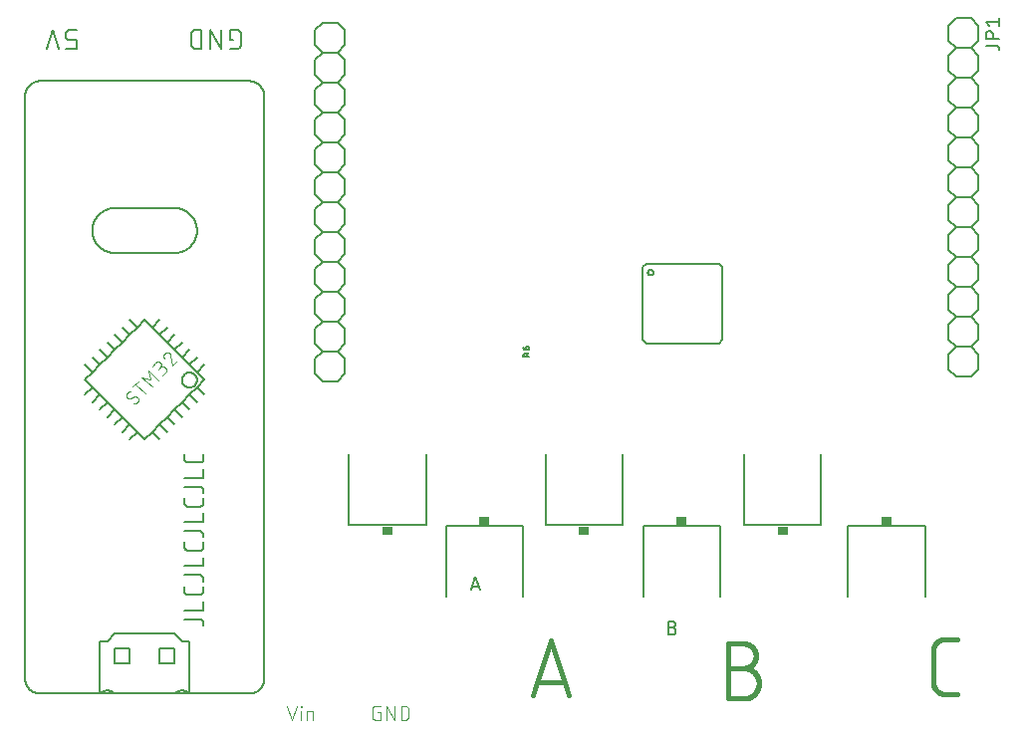
<source format=gbr>
G04 EAGLE Gerber RS-274X export*
G75*
%MOMM*%
%FSLAX34Y34*%
%LPD*%
%INSilkscreen Top*%
%IPPOS*%
%AMOC8*
5,1,8,0,0,1.08239X$1,22.5*%
G01*
%ADD10C,0.152400*%
%ADD11C,0.101600*%
%ADD12C,0.406400*%
%ADD13C,0.127000*%
%ADD14C,0.203200*%
%ADD15R,0.863600X0.762000*%


D10*
X62738Y583438D02*
X57319Y583438D01*
X57201Y583436D01*
X57083Y583430D01*
X56965Y583421D01*
X56848Y583407D01*
X56731Y583390D01*
X56614Y583369D01*
X56499Y583344D01*
X56384Y583315D01*
X56270Y583282D01*
X56158Y583246D01*
X56047Y583206D01*
X55937Y583163D01*
X55828Y583116D01*
X55721Y583066D01*
X55616Y583011D01*
X55513Y582954D01*
X55412Y582893D01*
X55312Y582829D01*
X55215Y582762D01*
X55120Y582692D01*
X55028Y582618D01*
X54937Y582542D01*
X54850Y582462D01*
X54765Y582380D01*
X54683Y582295D01*
X54603Y582208D01*
X54527Y582117D01*
X54453Y582025D01*
X54383Y581930D01*
X54316Y581833D01*
X54252Y581733D01*
X54191Y581632D01*
X54134Y581529D01*
X54079Y581424D01*
X54029Y581317D01*
X53982Y581208D01*
X53939Y581098D01*
X53899Y580987D01*
X53863Y580875D01*
X53830Y580761D01*
X53801Y580646D01*
X53776Y580531D01*
X53755Y580414D01*
X53738Y580297D01*
X53724Y580180D01*
X53715Y580062D01*
X53709Y579944D01*
X53707Y579826D01*
X53707Y578019D01*
X53709Y577901D01*
X53715Y577783D01*
X53724Y577665D01*
X53738Y577548D01*
X53755Y577431D01*
X53776Y577314D01*
X53801Y577199D01*
X53830Y577084D01*
X53863Y576970D01*
X53899Y576858D01*
X53939Y576747D01*
X53982Y576637D01*
X54029Y576528D01*
X54079Y576421D01*
X54134Y576316D01*
X54191Y576213D01*
X54252Y576112D01*
X54316Y576012D01*
X54383Y575915D01*
X54453Y575820D01*
X54527Y575728D01*
X54603Y575637D01*
X54683Y575550D01*
X54765Y575465D01*
X54850Y575383D01*
X54937Y575303D01*
X55028Y575227D01*
X55120Y575153D01*
X55215Y575083D01*
X55312Y575016D01*
X55412Y574952D01*
X55513Y574891D01*
X55616Y574834D01*
X55721Y574779D01*
X55828Y574729D01*
X55937Y574682D01*
X56047Y574639D01*
X56158Y574599D01*
X56270Y574563D01*
X56384Y574530D01*
X56499Y574501D01*
X56614Y574476D01*
X56731Y574455D01*
X56848Y574438D01*
X56965Y574424D01*
X57083Y574415D01*
X57201Y574409D01*
X57319Y574407D01*
X62738Y574407D01*
X62738Y567182D01*
X53707Y567182D01*
X48010Y567182D02*
X42591Y583438D01*
X37173Y567182D01*
D11*
X241808Y8382D02*
X245703Y-3302D01*
X249597Y8382D01*
X253704Y4487D02*
X253704Y-3302D01*
X253379Y7733D02*
X253379Y8382D01*
X254028Y8382D01*
X254028Y7733D01*
X253379Y7733D01*
X258727Y4487D02*
X258727Y-3302D01*
X258727Y4487D02*
X261973Y4487D01*
X262060Y4485D01*
X262148Y4479D01*
X262234Y4469D01*
X262321Y4456D01*
X262406Y4438D01*
X262491Y4417D01*
X262575Y4392D01*
X262657Y4363D01*
X262738Y4330D01*
X262818Y4294D01*
X262896Y4255D01*
X262972Y4211D01*
X263046Y4165D01*
X263117Y4115D01*
X263187Y4062D01*
X263254Y4006D01*
X263318Y3947D01*
X263380Y3886D01*
X263439Y3821D01*
X263495Y3754D01*
X263548Y3684D01*
X263598Y3613D01*
X263644Y3539D01*
X263688Y3463D01*
X263727Y3385D01*
X263763Y3305D01*
X263796Y3224D01*
X263825Y3142D01*
X263850Y3058D01*
X263871Y2973D01*
X263889Y2888D01*
X263902Y2801D01*
X263912Y2715D01*
X263918Y2627D01*
X263920Y2540D01*
X263920Y-3302D01*
X318742Y3189D02*
X320689Y3189D01*
X320689Y-3302D01*
X316794Y-3302D01*
X316695Y-3300D01*
X316595Y-3294D01*
X316496Y-3285D01*
X316398Y-3272D01*
X316300Y-3255D01*
X316202Y-3234D01*
X316106Y-3209D01*
X316011Y-3181D01*
X315917Y-3149D01*
X315824Y-3114D01*
X315732Y-3075D01*
X315642Y-3032D01*
X315554Y-2987D01*
X315467Y-2937D01*
X315383Y-2885D01*
X315300Y-2829D01*
X315220Y-2771D01*
X315142Y-2709D01*
X315067Y-2644D01*
X314994Y-2576D01*
X314924Y-2506D01*
X314856Y-2433D01*
X314791Y-2358D01*
X314729Y-2280D01*
X314671Y-2200D01*
X314615Y-2117D01*
X314563Y-2033D01*
X314513Y-1946D01*
X314468Y-1858D01*
X314425Y-1768D01*
X314386Y-1676D01*
X314351Y-1583D01*
X314319Y-1489D01*
X314291Y-1394D01*
X314266Y-1298D01*
X314245Y-1200D01*
X314228Y-1102D01*
X314215Y-1004D01*
X314206Y-905D01*
X314200Y-805D01*
X314198Y-706D01*
X314198Y5786D01*
X314200Y5885D01*
X314206Y5985D01*
X314215Y6084D01*
X314228Y6182D01*
X314245Y6280D01*
X314266Y6378D01*
X314291Y6474D01*
X314319Y6569D01*
X314351Y6663D01*
X314386Y6756D01*
X314425Y6848D01*
X314468Y6938D01*
X314513Y7026D01*
X314563Y7113D01*
X314615Y7197D01*
X314671Y7280D01*
X314729Y7360D01*
X314791Y7438D01*
X314856Y7513D01*
X314924Y7586D01*
X314994Y7656D01*
X315067Y7724D01*
X315142Y7789D01*
X315220Y7851D01*
X315300Y7909D01*
X315383Y7965D01*
X315467Y8017D01*
X315554Y8067D01*
X315642Y8112D01*
X315732Y8155D01*
X315824Y8194D01*
X315916Y8229D01*
X316011Y8261D01*
X316106Y8289D01*
X316202Y8314D01*
X316300Y8335D01*
X316398Y8352D01*
X316496Y8365D01*
X316595Y8374D01*
X316695Y8380D01*
X316794Y8382D01*
X320689Y8382D01*
X326390Y8382D02*
X326390Y-3302D01*
X332881Y-3302D02*
X326390Y8382D01*
X332881Y8382D02*
X332881Y-3302D01*
X338582Y-3302D02*
X338582Y8382D01*
X341827Y8382D01*
X341940Y8380D01*
X342053Y8374D01*
X342166Y8364D01*
X342279Y8350D01*
X342391Y8333D01*
X342502Y8311D01*
X342612Y8286D01*
X342722Y8256D01*
X342830Y8223D01*
X342937Y8186D01*
X343043Y8146D01*
X343147Y8101D01*
X343250Y8053D01*
X343351Y8002D01*
X343450Y7947D01*
X343547Y7889D01*
X343642Y7827D01*
X343735Y7762D01*
X343825Y7694D01*
X343913Y7623D01*
X343999Y7548D01*
X344082Y7471D01*
X344162Y7391D01*
X344239Y7308D01*
X344314Y7222D01*
X344385Y7134D01*
X344453Y7044D01*
X344518Y6951D01*
X344580Y6856D01*
X344638Y6759D01*
X344693Y6660D01*
X344744Y6559D01*
X344792Y6456D01*
X344837Y6352D01*
X344877Y6246D01*
X344914Y6139D01*
X344947Y6031D01*
X344977Y5921D01*
X345002Y5811D01*
X345024Y5700D01*
X345041Y5588D01*
X345055Y5475D01*
X345065Y5362D01*
X345071Y5249D01*
X345073Y5136D01*
X345073Y-56D01*
X345074Y-56D02*
X345072Y-169D01*
X345066Y-282D01*
X345056Y-395D01*
X345042Y-508D01*
X345025Y-620D01*
X345003Y-731D01*
X344978Y-841D01*
X344948Y-951D01*
X344915Y-1059D01*
X344878Y-1166D01*
X344838Y-1272D01*
X344793Y-1376D01*
X344745Y-1479D01*
X344694Y-1580D01*
X344639Y-1679D01*
X344581Y-1776D01*
X344519Y-1871D01*
X344454Y-1964D01*
X344386Y-2054D01*
X344315Y-2142D01*
X344240Y-2228D01*
X344163Y-2311D01*
X344083Y-2391D01*
X344000Y-2468D01*
X343914Y-2543D01*
X343826Y-2614D01*
X343736Y-2682D01*
X343643Y-2747D01*
X343548Y-2809D01*
X343451Y-2867D01*
X343352Y-2922D01*
X343251Y-2973D01*
X343148Y-3021D01*
X343044Y-3066D01*
X342938Y-3106D01*
X342831Y-3143D01*
X342723Y-3176D01*
X342613Y-3206D01*
X342503Y-3231D01*
X342392Y-3253D01*
X342280Y-3270D01*
X342167Y-3284D01*
X342054Y-3294D01*
X341941Y-3300D01*
X341828Y-3302D01*
X341827Y-3302D02*
X338582Y-3302D01*
D12*
X450342Y17272D02*
X465921Y64008D01*
X481499Y17272D01*
X477605Y28956D02*
X454237Y28956D01*
X616712Y40696D02*
X629694Y40696D01*
X630010Y40692D01*
X630326Y40681D01*
X630642Y40661D01*
X630957Y40634D01*
X631271Y40600D01*
X631584Y40558D01*
X631896Y40508D01*
X632207Y40450D01*
X632517Y40385D01*
X632824Y40313D01*
X633130Y40233D01*
X633434Y40146D01*
X633736Y40051D01*
X634035Y39949D01*
X634332Y39839D01*
X634625Y39723D01*
X634916Y39599D01*
X635204Y39469D01*
X635489Y39331D01*
X635770Y39186D01*
X636048Y39035D01*
X636321Y38877D01*
X636591Y38712D01*
X636857Y38541D01*
X637119Y38363D01*
X637376Y38179D01*
X637628Y37989D01*
X637876Y37793D01*
X638119Y37591D01*
X638357Y37383D01*
X638590Y37169D01*
X638818Y36949D01*
X639040Y36724D01*
X639256Y36494D01*
X639467Y36259D01*
X639673Y36018D01*
X639872Y35773D01*
X640065Y35523D01*
X640252Y35268D01*
X640433Y35008D01*
X640607Y34745D01*
X640775Y34477D01*
X640937Y34205D01*
X641091Y33929D01*
X641239Y33650D01*
X641381Y33367D01*
X641515Y33081D01*
X641642Y32791D01*
X641762Y32499D01*
X641875Y32204D01*
X641981Y31906D01*
X642079Y31605D01*
X642170Y31302D01*
X642254Y30998D01*
X642330Y30691D01*
X642399Y30382D01*
X642460Y30072D01*
X642514Y29760D01*
X642560Y29448D01*
X642598Y29134D01*
X642629Y28819D01*
X642652Y28504D01*
X642667Y28188D01*
X642675Y27872D01*
X642675Y27556D01*
X642667Y27240D01*
X642652Y26924D01*
X642629Y26609D01*
X642598Y26294D01*
X642560Y25980D01*
X642514Y25668D01*
X642460Y25356D01*
X642399Y25046D01*
X642330Y24737D01*
X642254Y24430D01*
X642170Y24126D01*
X642079Y23823D01*
X641981Y23522D01*
X641875Y23224D01*
X641762Y22929D01*
X641642Y22637D01*
X641515Y22347D01*
X641381Y22061D01*
X641239Y21778D01*
X641091Y21499D01*
X640937Y21223D01*
X640775Y20951D01*
X640607Y20683D01*
X640433Y20420D01*
X640252Y20160D01*
X640065Y19905D01*
X639872Y19655D01*
X639673Y19410D01*
X639467Y19169D01*
X639256Y18934D01*
X639040Y18704D01*
X638818Y18479D01*
X638590Y18259D01*
X638357Y18045D01*
X638119Y17837D01*
X637876Y17635D01*
X637628Y17439D01*
X637376Y17249D01*
X637119Y17065D01*
X636857Y16887D01*
X636591Y16716D01*
X636321Y16551D01*
X636048Y16393D01*
X635770Y16242D01*
X635489Y16097D01*
X635204Y15959D01*
X634916Y15829D01*
X634625Y15705D01*
X634332Y15589D01*
X634035Y15479D01*
X633736Y15377D01*
X633434Y15282D01*
X633130Y15195D01*
X632824Y15115D01*
X632517Y15043D01*
X632207Y14978D01*
X631896Y14920D01*
X631584Y14870D01*
X631271Y14828D01*
X630957Y14794D01*
X630642Y14767D01*
X630326Y14747D01*
X630010Y14736D01*
X629694Y14732D01*
X616712Y14732D01*
X616712Y61468D01*
X629694Y61468D01*
X629947Y61465D01*
X630200Y61456D01*
X630452Y61440D01*
X630704Y61419D01*
X630956Y61391D01*
X631206Y61357D01*
X631456Y61317D01*
X631705Y61272D01*
X631952Y61220D01*
X632198Y61162D01*
X632443Y61098D01*
X632686Y61028D01*
X632927Y60952D01*
X633167Y60870D01*
X633404Y60783D01*
X633639Y60689D01*
X633872Y60591D01*
X634102Y60486D01*
X634330Y60376D01*
X634555Y60260D01*
X634777Y60139D01*
X634996Y60013D01*
X635212Y59881D01*
X635425Y59744D01*
X635634Y59602D01*
X635840Y59455D01*
X636042Y59302D01*
X636240Y59145D01*
X636434Y58984D01*
X636625Y58817D01*
X636811Y58646D01*
X636993Y58471D01*
X637171Y58291D01*
X637344Y58106D01*
X637513Y57918D01*
X637677Y57726D01*
X637837Y57529D01*
X637991Y57329D01*
X638141Y57125D01*
X638285Y56918D01*
X638425Y56707D01*
X638559Y56492D01*
X638689Y56275D01*
X638812Y56054D01*
X638931Y55831D01*
X639044Y55605D01*
X639151Y55376D01*
X639253Y55144D01*
X639349Y54910D01*
X639439Y54674D01*
X639524Y54435D01*
X639602Y54195D01*
X639675Y53953D01*
X639742Y53709D01*
X639803Y53464D01*
X639858Y53217D01*
X639907Y52968D01*
X639950Y52719D01*
X639987Y52469D01*
X640018Y52218D01*
X640042Y51966D01*
X640061Y51714D01*
X640073Y51461D01*
X640079Y51208D01*
X640079Y50956D01*
X640073Y50703D01*
X640061Y50450D01*
X640042Y50198D01*
X640018Y49946D01*
X639987Y49695D01*
X639950Y49445D01*
X639907Y49196D01*
X639858Y48947D01*
X639803Y48700D01*
X639742Y48455D01*
X639675Y48211D01*
X639602Y47969D01*
X639524Y47729D01*
X639439Y47490D01*
X639349Y47254D01*
X639253Y47020D01*
X639151Y46788D01*
X639044Y46559D01*
X638931Y46333D01*
X638812Y46110D01*
X638689Y45889D01*
X638559Y45672D01*
X638425Y45457D01*
X638285Y45246D01*
X638141Y45039D01*
X637991Y44835D01*
X637837Y44635D01*
X637677Y44438D01*
X637513Y44246D01*
X637344Y44058D01*
X637171Y43873D01*
X636993Y43693D01*
X636811Y43518D01*
X636625Y43347D01*
X636434Y43180D01*
X636240Y43019D01*
X636042Y42862D01*
X635840Y42709D01*
X635634Y42562D01*
X635425Y42420D01*
X635212Y42283D01*
X634996Y42151D01*
X634777Y42025D01*
X634555Y41904D01*
X634330Y41788D01*
X634102Y41678D01*
X633872Y41573D01*
X633639Y41475D01*
X633404Y41381D01*
X633167Y41294D01*
X632927Y41212D01*
X632686Y41136D01*
X632443Y41066D01*
X632198Y41002D01*
X631952Y40944D01*
X631705Y40892D01*
X631456Y40847D01*
X631206Y40807D01*
X630956Y40773D01*
X630704Y40745D01*
X630452Y40724D01*
X630200Y40708D01*
X629947Y40699D01*
X629694Y40696D01*
X801088Y18542D02*
X811474Y18542D01*
X801088Y18542D02*
X800837Y18545D01*
X800586Y18554D01*
X800336Y18569D01*
X800086Y18590D01*
X799836Y18618D01*
X799587Y18651D01*
X799339Y18690D01*
X799093Y18735D01*
X798847Y18787D01*
X798602Y18844D01*
X798360Y18907D01*
X798118Y18976D01*
X797879Y19050D01*
X797641Y19131D01*
X797405Y19217D01*
X797171Y19309D01*
X796940Y19406D01*
X796711Y19509D01*
X796485Y19618D01*
X796261Y19732D01*
X796041Y19851D01*
X795823Y19976D01*
X795608Y20105D01*
X795396Y20240D01*
X795188Y20380D01*
X794983Y20526D01*
X794782Y20676D01*
X794584Y20830D01*
X794391Y20990D01*
X794201Y21154D01*
X794015Y21323D01*
X793833Y21496D01*
X793656Y21673D01*
X793483Y21855D01*
X793314Y22041D01*
X793150Y22231D01*
X792990Y22424D01*
X792836Y22622D01*
X792686Y22823D01*
X792540Y23028D01*
X792400Y23236D01*
X792265Y23448D01*
X792136Y23663D01*
X792011Y23881D01*
X791892Y24101D01*
X791778Y24325D01*
X791669Y24551D01*
X791566Y24780D01*
X791469Y25011D01*
X791377Y25245D01*
X791291Y25481D01*
X791210Y25719D01*
X791136Y25958D01*
X791067Y26200D01*
X791004Y26442D01*
X790947Y26687D01*
X790895Y26933D01*
X790850Y27179D01*
X790811Y27427D01*
X790778Y27676D01*
X790750Y27926D01*
X790729Y28176D01*
X790714Y28426D01*
X790705Y28677D01*
X790702Y28928D01*
X790702Y54892D01*
X790705Y55147D01*
X790715Y55402D01*
X790730Y55656D01*
X790752Y55910D01*
X790780Y56163D01*
X790814Y56416D01*
X790855Y56668D01*
X790902Y56918D01*
X790954Y57168D01*
X791013Y57416D01*
X791078Y57662D01*
X791149Y57907D01*
X791226Y58150D01*
X791309Y58391D01*
X791398Y58630D01*
X791493Y58867D01*
X791593Y59101D01*
X791699Y59333D01*
X791811Y59562D01*
X791928Y59788D01*
X792051Y60011D01*
X792180Y60231D01*
X792313Y60448D01*
X792452Y60662D01*
X792597Y60872D01*
X792746Y61079D01*
X792900Y61282D01*
X793060Y61481D01*
X793224Y61676D01*
X793392Y61867D01*
X793566Y62054D01*
X793744Y62236D01*
X793926Y62414D01*
X794113Y62588D01*
X794304Y62756D01*
X794499Y62920D01*
X794698Y63080D01*
X794901Y63234D01*
X795108Y63383D01*
X795318Y63528D01*
X795531Y63667D01*
X795749Y63800D01*
X795969Y63929D01*
X796192Y64052D01*
X796418Y64169D01*
X796647Y64281D01*
X796879Y64387D01*
X797113Y64487D01*
X797350Y64582D01*
X797589Y64671D01*
X797830Y64754D01*
X798073Y64831D01*
X798318Y64902D01*
X798564Y64967D01*
X798812Y65026D01*
X799062Y65078D01*
X799312Y65125D01*
X799564Y65166D01*
X799817Y65200D01*
X800070Y65228D01*
X800324Y65250D01*
X800578Y65265D01*
X800833Y65275D01*
X801088Y65278D01*
X811474Y65278D01*
D10*
X196116Y574407D02*
X193407Y574407D01*
X193407Y583438D01*
X198826Y583438D01*
X198944Y583436D01*
X199062Y583430D01*
X199180Y583421D01*
X199297Y583407D01*
X199414Y583390D01*
X199531Y583369D01*
X199646Y583344D01*
X199761Y583315D01*
X199875Y583282D01*
X199987Y583246D01*
X200098Y583206D01*
X200208Y583163D01*
X200317Y583116D01*
X200424Y583066D01*
X200529Y583011D01*
X200632Y582954D01*
X200733Y582893D01*
X200833Y582829D01*
X200930Y582762D01*
X201025Y582692D01*
X201117Y582618D01*
X201208Y582542D01*
X201295Y582462D01*
X201380Y582380D01*
X201462Y582295D01*
X201542Y582208D01*
X201618Y582117D01*
X201692Y582025D01*
X201762Y581930D01*
X201829Y581833D01*
X201893Y581733D01*
X201954Y581632D01*
X202011Y581529D01*
X202066Y581424D01*
X202116Y581317D01*
X202163Y581208D01*
X202206Y581098D01*
X202246Y580987D01*
X202282Y580875D01*
X202315Y580761D01*
X202344Y580646D01*
X202369Y580531D01*
X202390Y580414D01*
X202407Y580297D01*
X202421Y580180D01*
X202430Y580062D01*
X202436Y579944D01*
X202438Y579826D01*
X202438Y570794D01*
X202439Y570794D02*
X202437Y570676D01*
X202431Y570558D01*
X202422Y570440D01*
X202408Y570322D01*
X202391Y570205D01*
X202370Y570089D01*
X202345Y569974D01*
X202316Y569859D01*
X202283Y569745D01*
X202247Y569633D01*
X202207Y569521D01*
X202164Y569411D01*
X202117Y569303D01*
X202066Y569196D01*
X202012Y569091D01*
X201955Y568988D01*
X201894Y568886D01*
X201830Y568787D01*
X201763Y568690D01*
X201692Y568595D01*
X201619Y568502D01*
X201542Y568412D01*
X201463Y568324D01*
X201381Y568239D01*
X201296Y568157D01*
X201208Y568078D01*
X201118Y568001D01*
X201025Y567928D01*
X200931Y567857D01*
X200833Y567790D01*
X200734Y567726D01*
X200633Y567665D01*
X200529Y567608D01*
X200424Y567554D01*
X200317Y567503D01*
X200209Y567456D01*
X200099Y567413D01*
X199987Y567373D01*
X199875Y567337D01*
X199761Y567304D01*
X199646Y567275D01*
X199531Y567250D01*
X199415Y567229D01*
X199298Y567212D01*
X199180Y567198D01*
X199062Y567189D01*
X198944Y567183D01*
X198826Y567181D01*
X198826Y567182D02*
X193407Y567182D01*
X185765Y567182D02*
X185765Y583438D01*
X176734Y583438D02*
X185765Y567182D01*
X176734Y567182D02*
X176734Y583438D01*
X169091Y583438D02*
X169091Y567182D01*
X164576Y567182D01*
X164445Y567184D01*
X164313Y567190D01*
X164182Y567199D01*
X164052Y567213D01*
X163921Y567230D01*
X163792Y567251D01*
X163663Y567275D01*
X163535Y567304D01*
X163407Y567336D01*
X163281Y567372D01*
X163156Y567411D01*
X163031Y567454D01*
X162909Y567501D01*
X162787Y567551D01*
X162667Y567605D01*
X162549Y567662D01*
X162433Y567723D01*
X162318Y567787D01*
X162205Y567854D01*
X162094Y567925D01*
X161986Y567999D01*
X161879Y568076D01*
X161775Y568156D01*
X161673Y568239D01*
X161574Y568324D01*
X161477Y568413D01*
X161383Y568505D01*
X161291Y568599D01*
X161202Y568696D01*
X161117Y568795D01*
X161034Y568897D01*
X160954Y569001D01*
X160877Y569108D01*
X160803Y569216D01*
X160732Y569327D01*
X160665Y569440D01*
X160601Y569555D01*
X160540Y569671D01*
X160483Y569789D01*
X160429Y569909D01*
X160379Y570031D01*
X160332Y570153D01*
X160289Y570278D01*
X160250Y570403D01*
X160214Y570529D01*
X160182Y570657D01*
X160153Y570785D01*
X160129Y570914D01*
X160108Y571043D01*
X160091Y571174D01*
X160077Y571304D01*
X160068Y571435D01*
X160062Y571567D01*
X160060Y571698D01*
X160060Y578922D01*
X160062Y579053D01*
X160068Y579185D01*
X160077Y579316D01*
X160091Y579446D01*
X160108Y579577D01*
X160129Y579706D01*
X160153Y579835D01*
X160182Y579963D01*
X160214Y580091D01*
X160250Y580217D01*
X160289Y580342D01*
X160332Y580467D01*
X160379Y580589D01*
X160429Y580711D01*
X160483Y580831D01*
X160540Y580949D01*
X160601Y581065D01*
X160665Y581180D01*
X160732Y581293D01*
X160803Y581404D01*
X160877Y581512D01*
X160954Y581619D01*
X161034Y581723D01*
X161117Y581825D01*
X161202Y581924D01*
X161291Y582021D01*
X161383Y582115D01*
X161477Y582207D01*
X161574Y582296D01*
X161673Y582381D01*
X161775Y582464D01*
X161879Y582544D01*
X161986Y582621D01*
X162094Y582695D01*
X162205Y582766D01*
X162318Y582833D01*
X162433Y582897D01*
X162549Y582958D01*
X162667Y583015D01*
X162787Y583069D01*
X162909Y583119D01*
X163031Y583166D01*
X163156Y583209D01*
X163281Y583248D01*
X163407Y583284D01*
X163535Y583316D01*
X163663Y583345D01*
X163792Y583369D01*
X163922Y583390D01*
X164052Y583407D01*
X164182Y583421D01*
X164313Y583430D01*
X164445Y583436D01*
X164576Y583438D01*
X169091Y583438D01*
X167076Y82381D02*
X154432Y82381D01*
X167076Y82380D02*
X167194Y82378D01*
X167312Y82372D01*
X167430Y82363D01*
X167547Y82349D01*
X167664Y82332D01*
X167781Y82311D01*
X167896Y82286D01*
X168011Y82257D01*
X168125Y82224D01*
X168237Y82188D01*
X168348Y82148D01*
X168458Y82105D01*
X168567Y82058D01*
X168674Y82008D01*
X168779Y81953D01*
X168882Y81896D01*
X168983Y81835D01*
X169083Y81771D01*
X169180Y81704D01*
X169275Y81634D01*
X169367Y81560D01*
X169458Y81484D01*
X169545Y81404D01*
X169630Y81322D01*
X169712Y81237D01*
X169792Y81150D01*
X169868Y81059D01*
X169942Y80967D01*
X170012Y80872D01*
X170079Y80775D01*
X170143Y80675D01*
X170204Y80574D01*
X170261Y80471D01*
X170316Y80366D01*
X170366Y80259D01*
X170413Y80150D01*
X170456Y80040D01*
X170496Y79929D01*
X170532Y79817D01*
X170565Y79703D01*
X170594Y79588D01*
X170619Y79473D01*
X170640Y79356D01*
X170657Y79239D01*
X170671Y79122D01*
X170680Y79004D01*
X170686Y78886D01*
X170688Y78768D01*
X170688Y76962D01*
X170688Y89999D02*
X154432Y89999D01*
X170688Y89999D02*
X170688Y97223D01*
X170688Y106568D02*
X170688Y110180D01*
X170688Y106568D02*
X170686Y106450D01*
X170680Y106332D01*
X170671Y106214D01*
X170657Y106097D01*
X170640Y105980D01*
X170619Y105863D01*
X170594Y105748D01*
X170565Y105633D01*
X170532Y105519D01*
X170496Y105407D01*
X170456Y105296D01*
X170413Y105186D01*
X170366Y105077D01*
X170316Y104970D01*
X170261Y104865D01*
X170204Y104762D01*
X170143Y104661D01*
X170079Y104561D01*
X170012Y104464D01*
X169942Y104369D01*
X169868Y104277D01*
X169792Y104186D01*
X169712Y104099D01*
X169630Y104014D01*
X169545Y103932D01*
X169458Y103852D01*
X169367Y103776D01*
X169275Y103702D01*
X169180Y103632D01*
X169083Y103565D01*
X168983Y103501D01*
X168882Y103440D01*
X168779Y103383D01*
X168674Y103328D01*
X168567Y103278D01*
X168458Y103231D01*
X168348Y103188D01*
X168237Y103148D01*
X168125Y103112D01*
X168011Y103079D01*
X167896Y103050D01*
X167781Y103025D01*
X167664Y103004D01*
X167547Y102987D01*
X167430Y102973D01*
X167312Y102964D01*
X167194Y102958D01*
X167076Y102956D01*
X167076Y102955D02*
X158044Y102955D01*
X157926Y102957D01*
X157808Y102963D01*
X157690Y102972D01*
X157572Y102986D01*
X157455Y103003D01*
X157339Y103024D01*
X157224Y103049D01*
X157109Y103078D01*
X156995Y103111D01*
X156883Y103147D01*
X156771Y103187D01*
X156661Y103230D01*
X156553Y103277D01*
X156446Y103328D01*
X156341Y103382D01*
X156238Y103439D01*
X156136Y103500D01*
X156037Y103564D01*
X155940Y103631D01*
X155845Y103702D01*
X155752Y103775D01*
X155662Y103852D01*
X155574Y103931D01*
X155489Y104013D01*
X155407Y104098D01*
X155328Y104186D01*
X155251Y104276D01*
X155178Y104369D01*
X155107Y104463D01*
X155040Y104561D01*
X154976Y104660D01*
X154915Y104761D01*
X154858Y104865D01*
X154804Y104970D01*
X154753Y105077D01*
X154706Y105185D01*
X154663Y105295D01*
X154623Y105407D01*
X154587Y105519D01*
X154554Y105633D01*
X154525Y105748D01*
X154500Y105863D01*
X154479Y105979D01*
X154462Y106096D01*
X154448Y106214D01*
X154439Y106332D01*
X154433Y106450D01*
X154431Y106568D01*
X154432Y106568D02*
X154432Y110180D01*
X154432Y119896D02*
X167076Y119896D01*
X167076Y119895D02*
X167194Y119893D01*
X167312Y119887D01*
X167430Y119878D01*
X167547Y119864D01*
X167664Y119847D01*
X167781Y119826D01*
X167896Y119801D01*
X168011Y119772D01*
X168125Y119739D01*
X168237Y119703D01*
X168348Y119663D01*
X168458Y119620D01*
X168567Y119573D01*
X168674Y119523D01*
X168779Y119468D01*
X168882Y119411D01*
X168983Y119350D01*
X169083Y119286D01*
X169180Y119219D01*
X169275Y119149D01*
X169367Y119075D01*
X169458Y118999D01*
X169545Y118919D01*
X169630Y118837D01*
X169712Y118752D01*
X169792Y118665D01*
X169868Y118574D01*
X169942Y118482D01*
X170012Y118387D01*
X170079Y118290D01*
X170143Y118190D01*
X170204Y118089D01*
X170261Y117986D01*
X170316Y117881D01*
X170366Y117774D01*
X170413Y117665D01*
X170456Y117555D01*
X170496Y117444D01*
X170532Y117332D01*
X170565Y117218D01*
X170594Y117103D01*
X170619Y116988D01*
X170640Y116871D01*
X170657Y116754D01*
X170671Y116637D01*
X170680Y116519D01*
X170686Y116401D01*
X170688Y116283D01*
X170688Y114477D01*
X170688Y127513D02*
X154432Y127513D01*
X170688Y127513D02*
X170688Y134738D01*
X170688Y144083D02*
X170688Y147695D01*
X170688Y144083D02*
X170686Y143965D01*
X170680Y143847D01*
X170671Y143729D01*
X170657Y143612D01*
X170640Y143495D01*
X170619Y143378D01*
X170594Y143263D01*
X170565Y143148D01*
X170532Y143034D01*
X170496Y142922D01*
X170456Y142811D01*
X170413Y142701D01*
X170366Y142592D01*
X170316Y142485D01*
X170261Y142380D01*
X170204Y142277D01*
X170143Y142176D01*
X170079Y142076D01*
X170012Y141979D01*
X169942Y141884D01*
X169868Y141792D01*
X169792Y141701D01*
X169712Y141614D01*
X169630Y141529D01*
X169545Y141447D01*
X169458Y141367D01*
X169367Y141291D01*
X169275Y141217D01*
X169180Y141147D01*
X169083Y141080D01*
X168983Y141016D01*
X168882Y140955D01*
X168779Y140898D01*
X168674Y140843D01*
X168567Y140793D01*
X168458Y140746D01*
X168348Y140703D01*
X168237Y140663D01*
X168125Y140627D01*
X168011Y140594D01*
X167896Y140565D01*
X167781Y140540D01*
X167664Y140519D01*
X167547Y140502D01*
X167430Y140488D01*
X167312Y140479D01*
X167194Y140473D01*
X167076Y140471D01*
X167076Y140470D02*
X158044Y140470D01*
X157926Y140472D01*
X157808Y140478D01*
X157690Y140487D01*
X157572Y140501D01*
X157455Y140518D01*
X157339Y140539D01*
X157224Y140564D01*
X157109Y140593D01*
X156995Y140626D01*
X156883Y140662D01*
X156771Y140702D01*
X156661Y140745D01*
X156553Y140792D01*
X156446Y140843D01*
X156341Y140897D01*
X156238Y140954D01*
X156136Y141015D01*
X156037Y141079D01*
X155940Y141146D01*
X155845Y141217D01*
X155752Y141290D01*
X155662Y141367D01*
X155574Y141446D01*
X155489Y141528D01*
X155407Y141613D01*
X155328Y141701D01*
X155251Y141791D01*
X155178Y141884D01*
X155107Y141978D01*
X155040Y142076D01*
X154976Y142175D01*
X154915Y142276D01*
X154858Y142380D01*
X154804Y142485D01*
X154753Y142592D01*
X154706Y142700D01*
X154663Y142810D01*
X154623Y142922D01*
X154587Y143034D01*
X154554Y143148D01*
X154525Y143263D01*
X154500Y143378D01*
X154479Y143494D01*
X154462Y143611D01*
X154448Y143729D01*
X154439Y143847D01*
X154433Y143965D01*
X154431Y144083D01*
X154432Y144083D02*
X154432Y147695D01*
X154432Y157410D02*
X167076Y157410D01*
X167194Y157408D01*
X167312Y157402D01*
X167430Y157393D01*
X167547Y157379D01*
X167664Y157362D01*
X167781Y157341D01*
X167896Y157316D01*
X168011Y157287D01*
X168125Y157254D01*
X168237Y157218D01*
X168348Y157178D01*
X168458Y157135D01*
X168567Y157088D01*
X168674Y157038D01*
X168779Y156983D01*
X168882Y156926D01*
X168983Y156865D01*
X169083Y156801D01*
X169180Y156734D01*
X169275Y156664D01*
X169367Y156590D01*
X169458Y156514D01*
X169545Y156434D01*
X169630Y156352D01*
X169712Y156267D01*
X169792Y156180D01*
X169868Y156089D01*
X169942Y155997D01*
X170012Y155902D01*
X170079Y155805D01*
X170143Y155705D01*
X170204Y155604D01*
X170261Y155501D01*
X170316Y155396D01*
X170366Y155289D01*
X170413Y155180D01*
X170456Y155070D01*
X170496Y154959D01*
X170532Y154847D01*
X170565Y154733D01*
X170594Y154618D01*
X170619Y154503D01*
X170640Y154386D01*
X170657Y154269D01*
X170671Y154152D01*
X170680Y154034D01*
X170686Y153916D01*
X170688Y153798D01*
X170688Y151992D01*
X170688Y165028D02*
X154432Y165028D01*
X170688Y165028D02*
X170688Y172253D01*
X170688Y181598D02*
X170688Y185210D01*
X170688Y181598D02*
X170686Y181480D01*
X170680Y181362D01*
X170671Y181244D01*
X170657Y181127D01*
X170640Y181010D01*
X170619Y180893D01*
X170594Y180778D01*
X170565Y180663D01*
X170532Y180549D01*
X170496Y180437D01*
X170456Y180326D01*
X170413Y180216D01*
X170366Y180107D01*
X170316Y180000D01*
X170261Y179895D01*
X170204Y179792D01*
X170143Y179691D01*
X170079Y179591D01*
X170012Y179494D01*
X169942Y179399D01*
X169868Y179307D01*
X169792Y179216D01*
X169712Y179129D01*
X169630Y179044D01*
X169545Y178962D01*
X169458Y178882D01*
X169367Y178806D01*
X169275Y178732D01*
X169180Y178662D01*
X169083Y178595D01*
X168983Y178531D01*
X168882Y178470D01*
X168779Y178413D01*
X168674Y178358D01*
X168567Y178308D01*
X168458Y178261D01*
X168348Y178218D01*
X168237Y178178D01*
X168125Y178142D01*
X168011Y178109D01*
X167896Y178080D01*
X167781Y178055D01*
X167664Y178034D01*
X167547Y178017D01*
X167430Y178003D01*
X167312Y177994D01*
X167194Y177988D01*
X167076Y177986D01*
X167076Y177985D02*
X158044Y177985D01*
X157926Y177987D01*
X157808Y177993D01*
X157690Y178002D01*
X157572Y178016D01*
X157455Y178033D01*
X157339Y178054D01*
X157224Y178079D01*
X157109Y178108D01*
X156995Y178141D01*
X156883Y178177D01*
X156771Y178217D01*
X156661Y178260D01*
X156553Y178307D01*
X156446Y178358D01*
X156341Y178412D01*
X156238Y178469D01*
X156136Y178530D01*
X156037Y178594D01*
X155940Y178661D01*
X155845Y178732D01*
X155752Y178805D01*
X155662Y178882D01*
X155574Y178961D01*
X155489Y179043D01*
X155407Y179128D01*
X155328Y179216D01*
X155251Y179306D01*
X155178Y179399D01*
X155107Y179493D01*
X155040Y179591D01*
X154976Y179690D01*
X154915Y179791D01*
X154858Y179895D01*
X154804Y180000D01*
X154753Y180107D01*
X154706Y180215D01*
X154663Y180325D01*
X154623Y180437D01*
X154587Y180549D01*
X154554Y180663D01*
X154525Y180778D01*
X154500Y180893D01*
X154479Y181009D01*
X154462Y181126D01*
X154448Y181244D01*
X154439Y181362D01*
X154433Y181480D01*
X154431Y181598D01*
X154432Y181598D02*
X154432Y185210D01*
X154432Y194925D02*
X167076Y194925D01*
X167194Y194923D01*
X167312Y194917D01*
X167430Y194908D01*
X167547Y194894D01*
X167664Y194877D01*
X167781Y194856D01*
X167896Y194831D01*
X168011Y194802D01*
X168125Y194769D01*
X168237Y194733D01*
X168348Y194693D01*
X168458Y194650D01*
X168567Y194603D01*
X168674Y194553D01*
X168779Y194498D01*
X168882Y194441D01*
X168983Y194380D01*
X169083Y194316D01*
X169180Y194249D01*
X169275Y194179D01*
X169367Y194105D01*
X169458Y194029D01*
X169545Y193949D01*
X169630Y193867D01*
X169712Y193782D01*
X169792Y193695D01*
X169868Y193604D01*
X169942Y193512D01*
X170012Y193417D01*
X170079Y193320D01*
X170143Y193220D01*
X170204Y193119D01*
X170261Y193016D01*
X170316Y192911D01*
X170366Y192804D01*
X170413Y192695D01*
X170456Y192585D01*
X170496Y192474D01*
X170532Y192362D01*
X170565Y192248D01*
X170594Y192133D01*
X170619Y192018D01*
X170640Y191901D01*
X170657Y191784D01*
X170671Y191667D01*
X170680Y191549D01*
X170686Y191431D01*
X170688Y191313D01*
X170688Y189507D01*
X170688Y202543D02*
X154432Y202543D01*
X170688Y202543D02*
X170688Y209768D01*
X170688Y219112D02*
X170688Y222725D01*
X170688Y219112D02*
X170686Y218994D01*
X170680Y218876D01*
X170671Y218758D01*
X170657Y218641D01*
X170640Y218524D01*
X170619Y218407D01*
X170594Y218292D01*
X170565Y218177D01*
X170532Y218063D01*
X170496Y217951D01*
X170456Y217840D01*
X170413Y217730D01*
X170366Y217621D01*
X170316Y217514D01*
X170261Y217409D01*
X170204Y217306D01*
X170143Y217205D01*
X170079Y217105D01*
X170012Y217008D01*
X169942Y216913D01*
X169868Y216821D01*
X169792Y216730D01*
X169712Y216643D01*
X169630Y216558D01*
X169545Y216476D01*
X169458Y216396D01*
X169367Y216320D01*
X169275Y216246D01*
X169180Y216176D01*
X169083Y216109D01*
X168983Y216045D01*
X168882Y215984D01*
X168779Y215927D01*
X168674Y215872D01*
X168567Y215822D01*
X168458Y215775D01*
X168348Y215732D01*
X168237Y215692D01*
X168125Y215656D01*
X168011Y215623D01*
X167896Y215594D01*
X167781Y215569D01*
X167664Y215548D01*
X167547Y215531D01*
X167430Y215517D01*
X167312Y215508D01*
X167194Y215502D01*
X167076Y215500D01*
X158044Y215500D01*
X157926Y215502D01*
X157808Y215508D01*
X157690Y215517D01*
X157572Y215531D01*
X157455Y215548D01*
X157339Y215569D01*
X157224Y215594D01*
X157109Y215623D01*
X156995Y215656D01*
X156883Y215692D01*
X156771Y215732D01*
X156661Y215775D01*
X156553Y215822D01*
X156446Y215873D01*
X156341Y215927D01*
X156238Y215984D01*
X156136Y216045D01*
X156037Y216109D01*
X155940Y216176D01*
X155845Y216247D01*
X155752Y216320D01*
X155662Y216397D01*
X155574Y216476D01*
X155489Y216558D01*
X155407Y216643D01*
X155328Y216731D01*
X155251Y216821D01*
X155178Y216914D01*
X155107Y217008D01*
X155040Y217106D01*
X154976Y217205D01*
X154915Y217306D01*
X154858Y217410D01*
X154804Y217515D01*
X154753Y217622D01*
X154706Y217730D01*
X154663Y217840D01*
X154623Y217952D01*
X154587Y218064D01*
X154554Y218178D01*
X154525Y218293D01*
X154500Y218408D01*
X154479Y218524D01*
X154462Y218641D01*
X154448Y218759D01*
X154439Y218877D01*
X154433Y218995D01*
X154431Y219113D01*
X154432Y219112D02*
X154432Y222725D01*
D13*
X158750Y19050D02*
X146050Y19050D01*
X95250Y19050D02*
X82550Y19050D01*
X158750Y19050D02*
X158750Y63500D01*
X152400Y63500D01*
X146050Y69850D01*
X95250Y69850D01*
X88900Y63500D01*
X82550Y63500D01*
X82550Y19050D01*
X165100Y279400D02*
X171450Y285750D01*
X165100Y279400D02*
X158750Y273050D01*
X152400Y266700D01*
X146050Y260350D01*
X139700Y254000D01*
X133350Y247650D01*
X127000Y241300D01*
X120650Y234950D01*
X114300Y241300D01*
X107950Y247650D01*
X101600Y254000D01*
X95250Y260350D01*
X88900Y266700D01*
X82550Y273050D01*
X76200Y279400D01*
X69850Y285750D01*
X76200Y292100D01*
X82550Y298450D01*
X88900Y304800D01*
X95250Y311150D01*
X101600Y317500D01*
X107950Y323850D01*
X114300Y330200D01*
X120650Y336550D01*
X127000Y330200D01*
X133350Y323850D01*
X139700Y317500D01*
X146050Y311150D01*
X152400Y304800D01*
X158750Y298450D01*
X165100Y292100D01*
X171450Y285750D01*
D11*
X114647Y270692D02*
X114718Y270622D01*
X114786Y270550D01*
X114851Y270475D01*
X114914Y270398D01*
X114973Y270318D01*
X115030Y270236D01*
X115083Y270152D01*
X115133Y270066D01*
X115179Y269978D01*
X115222Y269889D01*
X115262Y269798D01*
X115298Y269705D01*
X115331Y269611D01*
X115360Y269516D01*
X115385Y269420D01*
X115407Y269323D01*
X115425Y269225D01*
X115439Y269126D01*
X115450Y269027D01*
X115456Y268928D01*
X115459Y268829D01*
X115458Y268729D01*
X115453Y268630D01*
X115444Y268531D01*
X115432Y268432D01*
X115416Y268334D01*
X115396Y268237D01*
X115372Y268140D01*
X115345Y268045D01*
X115314Y267950D01*
X115279Y267857D01*
X115241Y267765D01*
X115199Y267675D01*
X115154Y267586D01*
X115106Y267499D01*
X115054Y267414D01*
X114999Y267331D01*
X114941Y267250D01*
X114880Y267172D01*
X114816Y267096D01*
X114749Y267022D01*
X114750Y267021D02*
X114650Y266918D01*
X114547Y266817D01*
X114441Y266719D01*
X114332Y266623D01*
X114221Y266531D01*
X114108Y266442D01*
X113992Y266355D01*
X113875Y266272D01*
X113755Y266191D01*
X113633Y266114D01*
X113509Y266040D01*
X113383Y265970D01*
X113255Y265903D01*
X113125Y265839D01*
X112994Y265778D01*
X112862Y265722D01*
X112727Y265668D01*
X112592Y265618D01*
X112455Y265572D01*
X112317Y265529D01*
X112178Y265490D01*
X112038Y265455D01*
X111898Y265423D01*
X111756Y265395D01*
X111614Y265371D01*
X111471Y265351D01*
X111327Y265334D01*
X111183Y265321D01*
X111039Y265312D01*
X110895Y265307D01*
X105694Y270672D02*
X105623Y270742D01*
X105555Y270814D01*
X105490Y270889D01*
X105427Y270966D01*
X105368Y271046D01*
X105311Y271128D01*
X105258Y271212D01*
X105208Y271298D01*
X105162Y271386D01*
X105119Y271475D01*
X105079Y271566D01*
X105043Y271659D01*
X105010Y271753D01*
X104981Y271848D01*
X104956Y271944D01*
X104934Y272041D01*
X104916Y272139D01*
X104902Y272238D01*
X104891Y272337D01*
X104885Y272436D01*
X104882Y272535D01*
X104883Y272635D01*
X104888Y272734D01*
X104897Y272833D01*
X104909Y272932D01*
X104925Y273030D01*
X104945Y273127D01*
X104969Y273224D01*
X104996Y273320D01*
X105027Y273414D01*
X105062Y273507D01*
X105100Y273599D01*
X105142Y273689D01*
X105187Y273778D01*
X105235Y273865D01*
X105287Y273950D01*
X105342Y274033D01*
X105400Y274114D01*
X105461Y274192D01*
X105525Y274268D01*
X105592Y274342D01*
X105687Y274439D01*
X105785Y274534D01*
X105885Y274626D01*
X105988Y274716D01*
X106093Y274802D01*
X106201Y274886D01*
X106311Y274966D01*
X106423Y275043D01*
X106537Y275118D01*
X106653Y275188D01*
X106771Y275256D01*
X106892Y275320D01*
X107013Y275381D01*
X107137Y275439D01*
X107262Y275493D01*
X107388Y275543D01*
X107516Y275590D01*
X107645Y275633D01*
X107776Y275673D01*
X107907Y275709D01*
X108039Y275741D01*
X108172Y275770D01*
X108306Y275795D01*
X108237Y270054D02*
X108139Y270028D01*
X108040Y270006D01*
X107940Y269987D01*
X107840Y269972D01*
X107739Y269961D01*
X107638Y269954D01*
X107537Y269951D01*
X107435Y269952D01*
X107334Y269957D01*
X107233Y269965D01*
X107132Y269978D01*
X107032Y269994D01*
X106933Y270014D01*
X106834Y270038D01*
X106737Y270066D01*
X106640Y270097D01*
X106545Y270132D01*
X106452Y270171D01*
X106359Y270213D01*
X106269Y270259D01*
X106180Y270308D01*
X106094Y270361D01*
X106009Y270417D01*
X105927Y270476D01*
X105847Y270538D01*
X105769Y270604D01*
X105694Y270672D01*
X112105Y271310D02*
X112203Y271336D01*
X112302Y271358D01*
X112402Y271377D01*
X112502Y271392D01*
X112603Y271403D01*
X112704Y271410D01*
X112805Y271413D01*
X112907Y271412D01*
X113008Y271407D01*
X113109Y271399D01*
X113210Y271386D01*
X113310Y271370D01*
X113409Y271350D01*
X113508Y271326D01*
X113605Y271298D01*
X113702Y271267D01*
X113797Y271232D01*
X113890Y271193D01*
X113983Y271151D01*
X114073Y271105D01*
X114162Y271056D01*
X114248Y271003D01*
X114333Y270947D01*
X114415Y270888D01*
X114495Y270826D01*
X114573Y270760D01*
X114648Y270692D01*
X112105Y271310D02*
X108237Y270054D01*
X112883Y282052D02*
X121372Y274024D01*
X110653Y279694D02*
X115113Y284410D01*
X118322Y287804D02*
X126811Y279776D01*
X125714Y286174D02*
X118322Y287804D01*
X125714Y286174D02*
X123674Y293463D01*
X132163Y285436D01*
X135896Y289383D02*
X138126Y291741D01*
X138203Y291824D01*
X138276Y291911D01*
X138347Y291999D01*
X138414Y292091D01*
X138478Y292184D01*
X138539Y292280D01*
X138596Y292378D01*
X138650Y292477D01*
X138700Y292579D01*
X138747Y292682D01*
X138790Y292787D01*
X138830Y292893D01*
X138865Y293000D01*
X138897Y293109D01*
X138926Y293219D01*
X138950Y293329D01*
X138970Y293441D01*
X138987Y293553D01*
X139000Y293666D01*
X139008Y293778D01*
X139013Y293892D01*
X139014Y294005D01*
X139011Y294118D01*
X139004Y294231D01*
X138992Y294344D01*
X138978Y294456D01*
X138959Y294568D01*
X138936Y294679D01*
X138909Y294789D01*
X138879Y294898D01*
X138844Y295006D01*
X138806Y295113D01*
X138765Y295218D01*
X138719Y295322D01*
X138670Y295424D01*
X138618Y295525D01*
X138562Y295623D01*
X138503Y295720D01*
X138440Y295814D01*
X138374Y295906D01*
X138305Y295996D01*
X138233Y296083D01*
X138157Y296168D01*
X138079Y296250D01*
X137998Y296329D01*
X137915Y296406D01*
X137828Y296479D01*
X137740Y296550D01*
X137648Y296617D01*
X137555Y296681D01*
X137459Y296742D01*
X137361Y296799D01*
X137262Y296853D01*
X137160Y296903D01*
X137057Y296950D01*
X136952Y296993D01*
X136846Y297033D01*
X136739Y297068D01*
X136630Y297100D01*
X136520Y297129D01*
X136410Y297153D01*
X136298Y297173D01*
X136186Y297190D01*
X136073Y297203D01*
X135961Y297211D01*
X135847Y297216D01*
X135734Y297217D01*
X135621Y297214D01*
X135508Y297207D01*
X135395Y297195D01*
X135283Y297181D01*
X135171Y297162D01*
X135060Y297139D01*
X134950Y297112D01*
X134841Y297082D01*
X134733Y297047D01*
X134626Y297009D01*
X134521Y296968D01*
X134417Y296922D01*
X134315Y296873D01*
X134214Y296821D01*
X134116Y296765D01*
X134019Y296706D01*
X133925Y296643D01*
X133833Y296577D01*
X133743Y296508D01*
X133656Y296436D01*
X133571Y296360D01*
X133489Y296282D01*
X133410Y296201D01*
X130083Y300241D02*
X127407Y297411D01*
X130083Y300241D02*
X130153Y300312D01*
X130227Y300381D01*
X130303Y300448D01*
X130381Y300511D01*
X130462Y300571D01*
X130545Y300628D01*
X130630Y300681D01*
X130717Y300731D01*
X130807Y300778D01*
X130897Y300822D01*
X130990Y300861D01*
X131084Y300897D01*
X131179Y300930D01*
X131276Y300959D01*
X131373Y300984D01*
X131472Y301005D01*
X131571Y301022D01*
X131671Y301036D01*
X131771Y301045D01*
X131871Y301051D01*
X131972Y301053D01*
X132073Y301051D01*
X132173Y301045D01*
X132273Y301035D01*
X132373Y301021D01*
X132472Y301004D01*
X132571Y300982D01*
X132668Y300957D01*
X132765Y300928D01*
X132860Y300895D01*
X132954Y300859D01*
X133046Y300819D01*
X133137Y300776D01*
X133226Y300728D01*
X133313Y300678D01*
X133398Y300624D01*
X133481Y300567D01*
X133562Y300507D01*
X133640Y300444D01*
X133716Y300377D01*
X133789Y300308D01*
X133859Y300236D01*
X133927Y300162D01*
X133992Y300084D01*
X134053Y300005D01*
X134112Y299923D01*
X134167Y299839D01*
X134219Y299752D01*
X134267Y299664D01*
X134312Y299574D01*
X134354Y299482D01*
X134392Y299389D01*
X134426Y299295D01*
X134457Y299199D01*
X134484Y299102D01*
X134507Y299004D01*
X134526Y298905D01*
X134542Y298805D01*
X134553Y298705D01*
X134561Y298605D01*
X134565Y298504D01*
X134564Y298404D01*
X134560Y298303D01*
X134553Y298203D01*
X134541Y298103D01*
X134525Y298003D01*
X134506Y297904D01*
X134482Y297806D01*
X134455Y297710D01*
X134424Y297614D01*
X134390Y297519D01*
X134351Y297426D01*
X134310Y297334D01*
X134264Y297244D01*
X134216Y297156D01*
X134164Y297070D01*
X134108Y296986D01*
X134049Y296904D01*
X133988Y296825D01*
X133923Y296748D01*
X133855Y296673D01*
X133856Y296673D02*
X132072Y294786D01*
X137713Y308309D02*
X137787Y308385D01*
X137865Y308459D01*
X137945Y308529D01*
X138028Y308597D01*
X138113Y308661D01*
X138200Y308722D01*
X138289Y308781D01*
X138381Y308835D01*
X138474Y308887D01*
X138570Y308935D01*
X138667Y308979D01*
X138765Y309020D01*
X138865Y309057D01*
X138966Y309091D01*
X139069Y309121D01*
X139172Y309147D01*
X139277Y309169D01*
X139382Y309188D01*
X139488Y309202D01*
X139594Y309213D01*
X139700Y309220D01*
X139807Y309223D01*
X139913Y309222D01*
X140020Y309217D01*
X140126Y309208D01*
X140232Y309196D01*
X140338Y309179D01*
X140443Y309159D01*
X140546Y309135D01*
X140649Y309107D01*
X140751Y309076D01*
X140852Y309040D01*
X140951Y309001D01*
X141049Y308959D01*
X141145Y308913D01*
X141240Y308863D01*
X141333Y308810D01*
X141423Y308754D01*
X141512Y308694D01*
X141598Y308631D01*
X141682Y308565D01*
X141763Y308496D01*
X141842Y308424D01*
X137713Y308310D02*
X137631Y308220D01*
X137553Y308129D01*
X137477Y308034D01*
X137404Y307937D01*
X137335Y307838D01*
X137268Y307737D01*
X137205Y307634D01*
X137146Y307529D01*
X137089Y307421D01*
X137037Y307313D01*
X136987Y307202D01*
X136942Y307090D01*
X136900Y306976D01*
X136861Y306862D01*
X136827Y306746D01*
X136796Y306629D01*
X136769Y306511D01*
X136746Y306392D01*
X136726Y306273D01*
X136711Y306152D01*
X136699Y306032D01*
X136691Y305911D01*
X136687Y305790D01*
X136688Y305669D01*
X136691Y305548D01*
X136699Y305428D01*
X136711Y305307D01*
X136727Y305187D01*
X136746Y305068D01*
X136769Y304949D01*
X136797Y304831D01*
X136827Y304714D01*
X136862Y304598D01*
X136900Y304483D01*
X136943Y304370D01*
X136988Y304258D01*
X137038Y304147D01*
X137090Y304038D01*
X137147Y303931D01*
X142824Y306156D02*
X142822Y306267D01*
X142815Y306377D01*
X142805Y306487D01*
X142791Y306596D01*
X142774Y306705D01*
X142752Y306814D01*
X142726Y306921D01*
X142697Y307028D01*
X142664Y307133D01*
X142628Y307237D01*
X142587Y307340D01*
X142544Y307441D01*
X142496Y307541D01*
X142445Y307639D01*
X142391Y307735D01*
X142333Y307830D01*
X142272Y307922D01*
X142208Y308012D01*
X142141Y308099D01*
X142071Y308184D01*
X141997Y308267D01*
X141921Y308347D01*
X141842Y308424D01*
X142824Y306156D02*
X143749Y297688D01*
X148209Y302404D01*
D13*
X76200Y292100D02*
X69850Y298450D01*
X76200Y304800D02*
X82550Y298450D01*
X88900Y304800D02*
X82550Y311150D01*
X88900Y317500D02*
X95250Y311150D01*
X101600Y317500D02*
X95250Y323850D01*
X101600Y330200D02*
X107950Y323850D01*
X114300Y330200D02*
X107950Y336550D01*
X127000Y330200D02*
X133350Y336550D01*
X139700Y330200D02*
X133350Y323850D01*
X139700Y317500D02*
X146050Y323850D01*
X152400Y317500D02*
X146050Y311150D01*
X152400Y304800D02*
X158750Y311150D01*
X165100Y304800D02*
X158750Y298450D01*
X158750Y273050D02*
X165100Y266700D01*
X158750Y260350D02*
X152400Y266700D01*
X146050Y260350D02*
X152400Y254000D01*
X146050Y247650D02*
X139700Y254000D01*
X133350Y247650D02*
X139700Y241300D01*
X133350Y234950D02*
X127000Y241300D01*
X114300Y241300D02*
X107950Y234950D01*
X101600Y241300D02*
X107950Y247650D01*
X101600Y254000D02*
X95250Y247650D01*
X88900Y254000D02*
X95250Y260350D01*
X88900Y266700D02*
X82550Y260350D01*
X76200Y266700D02*
X82550Y273050D01*
X82550Y19050D02*
X31750Y19050D01*
X31443Y19054D01*
X31136Y19065D01*
X30830Y19083D01*
X30524Y19109D01*
X30219Y19143D01*
X29915Y19183D01*
X29612Y19231D01*
X29310Y19287D01*
X29010Y19349D01*
X28711Y19419D01*
X28414Y19496D01*
X28118Y19580D01*
X27825Y19672D01*
X27535Y19770D01*
X27247Y19875D01*
X26961Y19988D01*
X26678Y20107D01*
X26398Y20233D01*
X26121Y20365D01*
X25848Y20505D01*
X25578Y20651D01*
X25312Y20803D01*
X25049Y20962D01*
X24790Y21127D01*
X24536Y21298D01*
X24285Y21475D01*
X24039Y21659D01*
X23797Y21848D01*
X23561Y22043D01*
X23328Y22244D01*
X23101Y22450D01*
X22879Y22662D01*
X22662Y22879D01*
X22450Y23101D01*
X22244Y23328D01*
X22043Y23561D01*
X21848Y23797D01*
X21659Y24039D01*
X21475Y24285D01*
X21298Y24536D01*
X21127Y24790D01*
X20962Y25049D01*
X20803Y25312D01*
X20651Y25578D01*
X20505Y25848D01*
X20365Y26121D01*
X20233Y26398D01*
X20107Y26678D01*
X19988Y26961D01*
X19875Y27247D01*
X19770Y27535D01*
X19672Y27825D01*
X19580Y28118D01*
X19496Y28414D01*
X19419Y28711D01*
X19349Y29010D01*
X19287Y29310D01*
X19231Y29612D01*
X19183Y29915D01*
X19143Y30219D01*
X19109Y30524D01*
X19083Y30830D01*
X19065Y31136D01*
X19054Y31443D01*
X19050Y31750D01*
X19050Y527050D01*
X19054Y527357D01*
X19065Y527664D01*
X19083Y527970D01*
X19109Y528276D01*
X19143Y528581D01*
X19183Y528885D01*
X19231Y529188D01*
X19287Y529490D01*
X19349Y529790D01*
X19419Y530089D01*
X19496Y530386D01*
X19580Y530682D01*
X19672Y530975D01*
X19770Y531265D01*
X19875Y531553D01*
X19988Y531839D01*
X20107Y532122D01*
X20233Y532402D01*
X20365Y532679D01*
X20505Y532952D01*
X20651Y533222D01*
X20803Y533488D01*
X20962Y533751D01*
X21127Y534010D01*
X21298Y534264D01*
X21475Y534515D01*
X21659Y534761D01*
X21848Y535003D01*
X22043Y535239D01*
X22244Y535472D01*
X22450Y535699D01*
X22662Y535921D01*
X22879Y536138D01*
X23101Y536350D01*
X23328Y536556D01*
X23561Y536757D01*
X23797Y536952D01*
X24039Y537141D01*
X24285Y537325D01*
X24536Y537502D01*
X24790Y537673D01*
X25049Y537838D01*
X25312Y537997D01*
X25578Y538149D01*
X25848Y538295D01*
X26121Y538435D01*
X26398Y538567D01*
X26678Y538693D01*
X26961Y538812D01*
X27247Y538925D01*
X27535Y539030D01*
X27825Y539128D01*
X28118Y539220D01*
X28414Y539304D01*
X28711Y539381D01*
X29010Y539451D01*
X29310Y539513D01*
X29612Y539569D01*
X29915Y539617D01*
X30219Y539657D01*
X30524Y539691D01*
X30830Y539717D01*
X31136Y539735D01*
X31443Y539746D01*
X31750Y539750D01*
X209550Y539750D01*
X209857Y539746D01*
X210164Y539735D01*
X210470Y539717D01*
X210776Y539691D01*
X211081Y539657D01*
X211385Y539617D01*
X211688Y539569D01*
X211990Y539513D01*
X212290Y539451D01*
X212589Y539381D01*
X212886Y539304D01*
X213182Y539220D01*
X213475Y539128D01*
X213765Y539030D01*
X214053Y538925D01*
X214339Y538812D01*
X214622Y538693D01*
X214902Y538567D01*
X215179Y538435D01*
X215452Y538295D01*
X215722Y538149D01*
X215988Y537997D01*
X216251Y537838D01*
X216510Y537673D01*
X216764Y537502D01*
X217015Y537325D01*
X217261Y537141D01*
X217503Y536952D01*
X217739Y536757D01*
X217972Y536556D01*
X218199Y536350D01*
X218421Y536138D01*
X218638Y535921D01*
X218850Y535699D01*
X219056Y535472D01*
X219257Y535239D01*
X219452Y535003D01*
X219641Y534761D01*
X219825Y534515D01*
X220002Y534264D01*
X220173Y534010D01*
X220338Y533751D01*
X220497Y533488D01*
X220649Y533222D01*
X220795Y532952D01*
X220935Y532679D01*
X221067Y532402D01*
X221193Y532122D01*
X221312Y531839D01*
X221425Y531553D01*
X221530Y531265D01*
X221628Y530975D01*
X221720Y530682D01*
X221804Y530386D01*
X221881Y530089D01*
X221951Y529790D01*
X222013Y529490D01*
X222069Y529188D01*
X222117Y528885D01*
X222157Y528581D01*
X222191Y528276D01*
X222217Y527970D01*
X222235Y527664D01*
X222246Y527357D01*
X222250Y527050D01*
X222250Y31750D01*
X222246Y31443D01*
X222235Y31136D01*
X222217Y30830D01*
X222191Y30524D01*
X222157Y30219D01*
X222117Y29915D01*
X222069Y29612D01*
X222013Y29310D01*
X221951Y29010D01*
X221881Y28711D01*
X221804Y28414D01*
X221720Y28118D01*
X221628Y27825D01*
X221530Y27535D01*
X221425Y27247D01*
X221312Y26961D01*
X221193Y26678D01*
X221067Y26398D01*
X220935Y26121D01*
X220795Y25848D01*
X220649Y25578D01*
X220497Y25312D01*
X220338Y25049D01*
X220173Y24790D01*
X220002Y24536D01*
X219825Y24285D01*
X219641Y24039D01*
X219452Y23797D01*
X219257Y23561D01*
X219056Y23328D01*
X218850Y23101D01*
X218638Y22879D01*
X218421Y22662D01*
X218199Y22450D01*
X217972Y22244D01*
X217739Y22043D01*
X217503Y21848D01*
X217261Y21659D01*
X217015Y21475D01*
X216764Y21298D01*
X216510Y21127D01*
X216251Y20962D01*
X215988Y20803D01*
X215722Y20651D01*
X215452Y20505D01*
X215179Y20365D01*
X214902Y20233D01*
X214622Y20107D01*
X214339Y19988D01*
X214053Y19875D01*
X213765Y19770D01*
X213475Y19672D01*
X213182Y19580D01*
X212886Y19496D01*
X212589Y19419D01*
X212290Y19349D01*
X211990Y19287D01*
X211688Y19231D01*
X211385Y19183D01*
X211081Y19143D01*
X210776Y19109D01*
X210470Y19083D01*
X210164Y19065D01*
X209857Y19054D01*
X209550Y19050D01*
X158750Y19050D01*
X158595Y19201D01*
X158436Y19349D01*
X158273Y19493D01*
X158107Y19633D01*
X157938Y19769D01*
X157766Y19901D01*
X157590Y20028D01*
X157412Y20151D01*
X157230Y20270D01*
X157046Y20385D01*
X156859Y20495D01*
X156669Y20600D01*
X156477Y20701D01*
X156282Y20797D01*
X156086Y20889D01*
X155887Y20976D01*
X155686Y21057D01*
X155483Y21134D01*
X155278Y21206D01*
X155072Y21273D01*
X154864Y21335D01*
X154654Y21392D01*
X154444Y21444D01*
X154232Y21491D01*
X154019Y21533D01*
X153805Y21569D01*
X153590Y21601D01*
X153375Y21627D01*
X153159Y21648D01*
X152942Y21664D01*
X152725Y21674D01*
X152509Y21679D01*
X152291Y21679D01*
X152075Y21674D01*
X151858Y21664D01*
X151641Y21648D01*
X151425Y21627D01*
X151210Y21601D01*
X150995Y21569D01*
X150781Y21533D01*
X150568Y21491D01*
X150356Y21444D01*
X150146Y21392D01*
X149936Y21335D01*
X149728Y21273D01*
X149522Y21206D01*
X149317Y21134D01*
X149114Y21057D01*
X148913Y20976D01*
X148714Y20889D01*
X148518Y20797D01*
X148323Y20701D01*
X148131Y20600D01*
X147941Y20495D01*
X147754Y20385D01*
X147570Y20270D01*
X147388Y20151D01*
X147210Y20028D01*
X147034Y19901D01*
X146862Y19769D01*
X146693Y19633D01*
X146527Y19493D01*
X146364Y19349D01*
X146205Y19201D01*
X146050Y19050D01*
X95250Y19050D01*
X95095Y19201D01*
X94936Y19349D01*
X94773Y19493D01*
X94607Y19633D01*
X94438Y19769D01*
X94266Y19901D01*
X94090Y20028D01*
X93912Y20151D01*
X93730Y20270D01*
X93546Y20385D01*
X93359Y20495D01*
X93169Y20600D01*
X92977Y20701D01*
X92782Y20797D01*
X92586Y20889D01*
X92387Y20976D01*
X92186Y21057D01*
X91983Y21134D01*
X91778Y21206D01*
X91572Y21273D01*
X91364Y21335D01*
X91154Y21392D01*
X90944Y21444D01*
X90732Y21491D01*
X90519Y21533D01*
X90305Y21569D01*
X90090Y21601D01*
X89875Y21627D01*
X89659Y21648D01*
X89442Y21664D01*
X89225Y21674D01*
X89009Y21679D01*
X88791Y21679D01*
X88575Y21674D01*
X88358Y21664D01*
X88141Y21648D01*
X87925Y21627D01*
X87710Y21601D01*
X87495Y21569D01*
X87281Y21533D01*
X87068Y21491D01*
X86856Y21444D01*
X86646Y21392D01*
X86436Y21335D01*
X86228Y21273D01*
X86022Y21206D01*
X85817Y21134D01*
X85614Y21057D01*
X85413Y20976D01*
X85214Y20889D01*
X85018Y20797D01*
X84823Y20701D01*
X84631Y20600D01*
X84441Y20495D01*
X84254Y20385D01*
X84070Y20270D01*
X83888Y20151D01*
X83710Y20028D01*
X83534Y19901D01*
X83362Y19769D01*
X83193Y19633D01*
X83027Y19493D01*
X82864Y19349D01*
X82705Y19201D01*
X82550Y19050D01*
X146050Y44450D02*
X146050Y57150D01*
X133350Y57150D01*
X133350Y44450D01*
X107950Y44450D02*
X107950Y57150D01*
X95250Y57150D01*
X95250Y44450D01*
X133350Y44450D02*
X146050Y44450D01*
X107950Y44450D02*
X95250Y44450D01*
X165100Y292100D02*
X171450Y298450D01*
X165100Y279400D02*
X171450Y273050D01*
X76200Y279400D02*
X69850Y273050D01*
X152400Y285750D02*
X152402Y285909D01*
X152408Y286068D01*
X152418Y286226D01*
X152432Y286385D01*
X152450Y286543D01*
X152471Y286700D01*
X152497Y286857D01*
X152527Y287013D01*
X152560Y287169D01*
X152598Y287323D01*
X152639Y287477D01*
X152684Y287629D01*
X152733Y287780D01*
X152786Y287930D01*
X152842Y288079D01*
X152903Y288226D01*
X152966Y288371D01*
X153034Y288515D01*
X153105Y288658D01*
X153179Y288798D01*
X153257Y288936D01*
X153339Y289073D01*
X153424Y289207D01*
X153512Y289340D01*
X153603Y289470D01*
X153698Y289597D01*
X153796Y289722D01*
X153897Y289845D01*
X154001Y289965D01*
X154108Y290083D01*
X154218Y290198D01*
X154331Y290310D01*
X154446Y290419D01*
X154564Y290525D01*
X154685Y290629D01*
X154809Y290729D01*
X154934Y290826D01*
X155063Y290920D01*
X155193Y291010D01*
X155326Y291098D01*
X155461Y291182D01*
X155598Y291262D01*
X155737Y291340D01*
X155878Y291413D01*
X156020Y291483D01*
X156165Y291550D01*
X156311Y291613D01*
X156458Y291672D01*
X156607Y291728D01*
X156758Y291779D01*
X156909Y291827D01*
X157062Y291871D01*
X157216Y291912D01*
X157370Y291948D01*
X157526Y291981D01*
X157682Y292010D01*
X157839Y292034D01*
X157997Y292055D01*
X158155Y292072D01*
X158313Y292085D01*
X158472Y292094D01*
X158631Y292099D01*
X158790Y292100D01*
X158949Y292097D01*
X159107Y292090D01*
X159266Y292079D01*
X159424Y292064D01*
X159582Y292045D01*
X159739Y292022D01*
X159896Y291996D01*
X160052Y291965D01*
X160207Y291931D01*
X160361Y291892D01*
X160515Y291850D01*
X160667Y291804D01*
X160818Y291754D01*
X160967Y291700D01*
X161116Y291643D01*
X161262Y291582D01*
X161408Y291517D01*
X161551Y291449D01*
X161693Y291377D01*
X161833Y291301D01*
X161971Y291223D01*
X162107Y291140D01*
X162241Y291055D01*
X162372Y290966D01*
X162502Y290873D01*
X162629Y290778D01*
X162753Y290679D01*
X162876Y290577D01*
X162995Y290473D01*
X163112Y290365D01*
X163226Y290254D01*
X163337Y290141D01*
X163446Y290025D01*
X163551Y289906D01*
X163654Y289784D01*
X163753Y289660D01*
X163850Y289534D01*
X163943Y289405D01*
X164033Y289274D01*
X164119Y289140D01*
X164202Y289005D01*
X164282Y288867D01*
X164358Y288728D01*
X164431Y288587D01*
X164500Y288444D01*
X164566Y288299D01*
X164628Y288152D01*
X164686Y288005D01*
X164741Y287855D01*
X164792Y287705D01*
X164839Y287553D01*
X164882Y287400D01*
X164921Y287246D01*
X164957Y287091D01*
X164988Y286935D01*
X165016Y286779D01*
X165040Y286622D01*
X165060Y286464D01*
X165076Y286306D01*
X165088Y286147D01*
X165096Y285988D01*
X165100Y285829D01*
X165100Y285671D01*
X165096Y285512D01*
X165088Y285353D01*
X165076Y285194D01*
X165060Y285036D01*
X165040Y284878D01*
X165016Y284721D01*
X164988Y284565D01*
X164957Y284409D01*
X164921Y284254D01*
X164882Y284100D01*
X164839Y283947D01*
X164792Y283795D01*
X164741Y283645D01*
X164686Y283495D01*
X164628Y283348D01*
X164566Y283201D01*
X164500Y283056D01*
X164431Y282913D01*
X164358Y282772D01*
X164282Y282633D01*
X164202Y282495D01*
X164119Y282360D01*
X164033Y282226D01*
X163943Y282095D01*
X163850Y281966D01*
X163753Y281840D01*
X163654Y281716D01*
X163551Y281594D01*
X163446Y281475D01*
X163337Y281359D01*
X163226Y281246D01*
X163112Y281135D01*
X162995Y281027D01*
X162876Y280923D01*
X162753Y280821D01*
X162629Y280722D01*
X162502Y280627D01*
X162372Y280534D01*
X162241Y280445D01*
X162107Y280360D01*
X161971Y280277D01*
X161833Y280199D01*
X161693Y280123D01*
X161551Y280051D01*
X161408Y279983D01*
X161262Y279918D01*
X161116Y279857D01*
X160967Y279800D01*
X160818Y279746D01*
X160667Y279696D01*
X160515Y279650D01*
X160361Y279608D01*
X160207Y279569D01*
X160052Y279535D01*
X159896Y279504D01*
X159739Y279478D01*
X159582Y279455D01*
X159424Y279436D01*
X159266Y279421D01*
X159107Y279410D01*
X158949Y279403D01*
X158790Y279400D01*
X158631Y279401D01*
X158472Y279406D01*
X158313Y279415D01*
X158155Y279428D01*
X157997Y279445D01*
X157839Y279466D01*
X157682Y279490D01*
X157526Y279519D01*
X157370Y279552D01*
X157216Y279588D01*
X157062Y279629D01*
X156909Y279673D01*
X156758Y279721D01*
X156607Y279772D01*
X156458Y279828D01*
X156311Y279887D01*
X156165Y279950D01*
X156020Y280017D01*
X155878Y280087D01*
X155737Y280160D01*
X155598Y280238D01*
X155461Y280318D01*
X155326Y280402D01*
X155193Y280490D01*
X155063Y280580D01*
X154934Y280674D01*
X154809Y280771D01*
X154685Y280871D01*
X154564Y280975D01*
X154446Y281081D01*
X154331Y281190D01*
X154218Y281302D01*
X154108Y281417D01*
X154001Y281535D01*
X153897Y281655D01*
X153796Y281778D01*
X153698Y281903D01*
X153603Y282030D01*
X153512Y282160D01*
X153424Y282293D01*
X153339Y282427D01*
X153257Y282564D01*
X153179Y282702D01*
X153105Y282842D01*
X153034Y282985D01*
X152966Y283129D01*
X152903Y283274D01*
X152842Y283421D01*
X152786Y283570D01*
X152733Y283720D01*
X152684Y283871D01*
X152639Y284023D01*
X152598Y284177D01*
X152560Y284331D01*
X152527Y284487D01*
X152497Y284643D01*
X152471Y284800D01*
X152450Y284957D01*
X152432Y285115D01*
X152418Y285274D01*
X152408Y285432D01*
X152402Y285591D01*
X152400Y285750D01*
X165100Y412750D02*
X165094Y413210D01*
X165078Y413670D01*
X165050Y414130D01*
X165011Y414589D01*
X164961Y415046D01*
X164900Y415503D01*
X164828Y415957D01*
X164745Y416410D01*
X164651Y416861D01*
X164546Y417309D01*
X164431Y417755D01*
X164305Y418197D01*
X164168Y418637D01*
X164020Y419073D01*
X163862Y419505D01*
X163694Y419934D01*
X163515Y420358D01*
X163326Y420778D01*
X163127Y421193D01*
X162918Y421603D01*
X162699Y422008D01*
X162471Y422408D01*
X162232Y422802D01*
X161985Y423190D01*
X161728Y423572D01*
X161462Y423947D01*
X161187Y424316D01*
X160903Y424679D01*
X160610Y425034D01*
X160309Y425382D01*
X160000Y425723D01*
X159682Y426057D01*
X159357Y426382D01*
X159023Y426700D01*
X158682Y427009D01*
X158334Y427310D01*
X157979Y427603D01*
X157616Y427887D01*
X157247Y428162D01*
X156872Y428428D01*
X156490Y428685D01*
X156102Y428932D01*
X155708Y429171D01*
X155308Y429399D01*
X154903Y429618D01*
X154493Y429827D01*
X154078Y430026D01*
X153658Y430215D01*
X153234Y430394D01*
X152805Y430562D01*
X152373Y430720D01*
X151937Y430868D01*
X151497Y431005D01*
X151055Y431131D01*
X150609Y431246D01*
X150161Y431351D01*
X149710Y431445D01*
X149257Y431528D01*
X148803Y431600D01*
X148346Y431661D01*
X147889Y431711D01*
X147430Y431750D01*
X146970Y431778D01*
X146510Y431794D01*
X146050Y431800D01*
X95250Y431800D01*
X94790Y431794D01*
X94330Y431778D01*
X93870Y431750D01*
X93411Y431711D01*
X92954Y431661D01*
X92497Y431600D01*
X92043Y431528D01*
X91590Y431445D01*
X91139Y431351D01*
X90691Y431246D01*
X90245Y431131D01*
X89803Y431005D01*
X89363Y430868D01*
X88927Y430720D01*
X88495Y430562D01*
X88066Y430394D01*
X87642Y430215D01*
X87222Y430026D01*
X86807Y429827D01*
X86397Y429618D01*
X85992Y429399D01*
X85592Y429171D01*
X85198Y428932D01*
X84810Y428685D01*
X84428Y428428D01*
X84053Y428162D01*
X83684Y427887D01*
X83321Y427603D01*
X82966Y427310D01*
X82618Y427009D01*
X82277Y426700D01*
X81943Y426382D01*
X81618Y426057D01*
X81300Y425723D01*
X80991Y425382D01*
X80690Y425034D01*
X80397Y424679D01*
X80113Y424316D01*
X79838Y423947D01*
X79572Y423572D01*
X79315Y423190D01*
X79068Y422802D01*
X78829Y422408D01*
X78601Y422008D01*
X78382Y421603D01*
X78173Y421193D01*
X77974Y420778D01*
X77785Y420358D01*
X77606Y419934D01*
X77438Y419505D01*
X77280Y419073D01*
X77132Y418637D01*
X76995Y418197D01*
X76869Y417755D01*
X76754Y417309D01*
X76649Y416861D01*
X76555Y416410D01*
X76472Y415957D01*
X76400Y415503D01*
X76339Y415046D01*
X76289Y414589D01*
X76250Y414130D01*
X76222Y413670D01*
X76206Y413210D01*
X76200Y412750D01*
X76206Y412290D01*
X76222Y411830D01*
X76250Y411370D01*
X76289Y410911D01*
X76339Y410454D01*
X76400Y409997D01*
X76472Y409543D01*
X76555Y409090D01*
X76649Y408639D01*
X76754Y408191D01*
X76869Y407745D01*
X76995Y407303D01*
X77132Y406863D01*
X77280Y406427D01*
X77438Y405995D01*
X77606Y405566D01*
X77785Y405142D01*
X77974Y404722D01*
X78173Y404307D01*
X78382Y403897D01*
X78601Y403492D01*
X78829Y403092D01*
X79068Y402698D01*
X79315Y402310D01*
X79572Y401928D01*
X79838Y401553D01*
X80113Y401184D01*
X80397Y400821D01*
X80690Y400466D01*
X80991Y400118D01*
X81300Y399777D01*
X81618Y399443D01*
X81943Y399118D01*
X82277Y398800D01*
X82618Y398491D01*
X82966Y398190D01*
X83321Y397897D01*
X83684Y397613D01*
X84053Y397338D01*
X84428Y397072D01*
X84810Y396815D01*
X85198Y396568D01*
X85592Y396329D01*
X85992Y396101D01*
X86397Y395882D01*
X86807Y395673D01*
X87222Y395474D01*
X87642Y395285D01*
X88066Y395106D01*
X88495Y394938D01*
X88927Y394780D01*
X89363Y394632D01*
X89803Y394495D01*
X90245Y394369D01*
X90691Y394254D01*
X91139Y394149D01*
X91590Y394055D01*
X92043Y393972D01*
X92497Y393900D01*
X92954Y393839D01*
X93411Y393789D01*
X93870Y393750D01*
X94330Y393722D01*
X94790Y393706D01*
X95250Y393700D01*
X146050Y393700D01*
X146510Y393706D01*
X146970Y393722D01*
X147430Y393750D01*
X147889Y393789D01*
X148346Y393839D01*
X148803Y393900D01*
X149257Y393972D01*
X149710Y394055D01*
X150161Y394149D01*
X150609Y394254D01*
X151055Y394369D01*
X151497Y394495D01*
X151937Y394632D01*
X152373Y394780D01*
X152805Y394938D01*
X153234Y395106D01*
X153658Y395285D01*
X154078Y395474D01*
X154493Y395673D01*
X154903Y395882D01*
X155308Y396101D01*
X155708Y396329D01*
X156102Y396568D01*
X156490Y396815D01*
X156872Y397072D01*
X157247Y397338D01*
X157616Y397613D01*
X157979Y397897D01*
X158334Y398190D01*
X158682Y398491D01*
X159023Y398800D01*
X159357Y399118D01*
X159682Y399443D01*
X160000Y399777D01*
X160309Y400118D01*
X160610Y400466D01*
X160903Y400821D01*
X161187Y401184D01*
X161462Y401553D01*
X161728Y401928D01*
X161985Y402310D01*
X162232Y402698D01*
X162471Y403092D01*
X162699Y403492D01*
X162918Y403897D01*
X163127Y404307D01*
X163326Y404722D01*
X163515Y405142D01*
X163694Y405566D01*
X163862Y405995D01*
X164020Y406427D01*
X164168Y406863D01*
X164305Y407303D01*
X164431Y407745D01*
X164546Y408191D01*
X164651Y408639D01*
X164745Y409090D01*
X164828Y409543D01*
X164900Y409997D01*
X164961Y410454D01*
X165011Y410911D01*
X165050Y411370D01*
X165078Y411830D01*
X165094Y412290D01*
X165100Y412750D01*
D14*
X546850Y316520D02*
X608850Y316520D01*
X611850Y319520D02*
X611850Y381520D01*
X608850Y384520D02*
X546850Y384520D01*
X543850Y381520D01*
X543850Y319520D01*
X546850Y316520D01*
X608850Y316520D02*
X611850Y319520D01*
X611850Y381520D02*
X608850Y384520D01*
X548351Y377020D02*
X548353Y377119D01*
X548359Y377219D01*
X548369Y377317D01*
X548383Y377416D01*
X548400Y377514D01*
X548422Y377611D01*
X548447Y377707D01*
X548476Y377802D01*
X548509Y377895D01*
X548546Y377988D01*
X548586Y378079D01*
X548630Y378168D01*
X548678Y378255D01*
X548728Y378341D01*
X548783Y378424D01*
X548840Y378505D01*
X548901Y378584D01*
X548964Y378660D01*
X549031Y378734D01*
X549101Y378805D01*
X549173Y378873D01*
X549248Y378938D01*
X549325Y379000D01*
X549405Y379059D01*
X549488Y379115D01*
X549572Y379167D01*
X549658Y379217D01*
X549747Y379262D01*
X549837Y379304D01*
X549928Y379343D01*
X550021Y379378D01*
X550116Y379409D01*
X550211Y379436D01*
X550308Y379459D01*
X550405Y379479D01*
X550503Y379495D01*
X550602Y379507D01*
X550701Y379515D01*
X550800Y379519D01*
X550900Y379519D01*
X550999Y379515D01*
X551098Y379507D01*
X551197Y379495D01*
X551295Y379479D01*
X551392Y379459D01*
X551489Y379436D01*
X551584Y379409D01*
X551679Y379378D01*
X551772Y379343D01*
X551863Y379304D01*
X551953Y379262D01*
X552042Y379217D01*
X552128Y379167D01*
X552212Y379115D01*
X552295Y379059D01*
X552375Y379000D01*
X552452Y378938D01*
X552527Y378873D01*
X552599Y378805D01*
X552669Y378734D01*
X552736Y378660D01*
X552799Y378584D01*
X552860Y378505D01*
X552917Y378424D01*
X552972Y378341D01*
X553022Y378255D01*
X553070Y378168D01*
X553114Y378079D01*
X553154Y377988D01*
X553191Y377895D01*
X553224Y377802D01*
X553253Y377707D01*
X553278Y377611D01*
X553300Y377514D01*
X553317Y377416D01*
X553331Y377317D01*
X553341Y377219D01*
X553347Y377119D01*
X553349Y377020D01*
X553347Y376921D01*
X553341Y376821D01*
X553331Y376723D01*
X553317Y376624D01*
X553300Y376526D01*
X553278Y376429D01*
X553253Y376333D01*
X553224Y376238D01*
X553191Y376145D01*
X553154Y376052D01*
X553114Y375961D01*
X553070Y375872D01*
X553022Y375785D01*
X552972Y375699D01*
X552917Y375616D01*
X552860Y375535D01*
X552799Y375456D01*
X552736Y375380D01*
X552669Y375306D01*
X552599Y375235D01*
X552527Y375167D01*
X552452Y375102D01*
X552375Y375040D01*
X552295Y374981D01*
X552212Y374925D01*
X552128Y374873D01*
X552042Y374823D01*
X551953Y374778D01*
X551863Y374736D01*
X551772Y374697D01*
X551679Y374662D01*
X551584Y374631D01*
X551489Y374604D01*
X551392Y374581D01*
X551295Y374561D01*
X551197Y374545D01*
X551098Y374533D01*
X550999Y374525D01*
X550900Y374521D01*
X550800Y374521D01*
X550701Y374525D01*
X550602Y374533D01*
X550503Y374545D01*
X550405Y374561D01*
X550308Y374581D01*
X550211Y374604D01*
X550116Y374631D01*
X550021Y374662D01*
X549928Y374697D01*
X549837Y374736D01*
X549747Y374778D01*
X549658Y374823D01*
X549572Y374873D01*
X549488Y374925D01*
X549405Y374981D01*
X549325Y375040D01*
X549248Y375102D01*
X549173Y375167D01*
X549101Y375235D01*
X549031Y375306D01*
X548964Y375380D01*
X548901Y375456D01*
X548840Y375535D01*
X548783Y375616D01*
X548728Y375699D01*
X548678Y375785D01*
X548630Y375872D01*
X548586Y375961D01*
X548546Y376052D01*
X548509Y376145D01*
X548476Y376238D01*
X548447Y376333D01*
X548422Y376429D01*
X548400Y376526D01*
X548383Y376624D01*
X548369Y376723D01*
X548359Y376821D01*
X548353Y376921D01*
X548351Y377020D01*
D13*
X401955Y118745D02*
X398145Y107315D01*
X405765Y107315D02*
X401955Y118745D01*
X404813Y110173D02*
X399098Y110173D01*
X565785Y75565D02*
X568960Y75565D01*
X569071Y75563D01*
X569181Y75557D01*
X569292Y75548D01*
X569402Y75534D01*
X569511Y75517D01*
X569620Y75496D01*
X569728Y75471D01*
X569835Y75442D01*
X569941Y75410D01*
X570046Y75374D01*
X570149Y75334D01*
X570251Y75291D01*
X570352Y75244D01*
X570451Y75193D01*
X570548Y75140D01*
X570642Y75083D01*
X570735Y75022D01*
X570826Y74959D01*
X570915Y74892D01*
X571001Y74822D01*
X571084Y74749D01*
X571166Y74674D01*
X571244Y74596D01*
X571319Y74514D01*
X571392Y74431D01*
X571462Y74345D01*
X571529Y74256D01*
X571592Y74165D01*
X571653Y74072D01*
X571710Y73977D01*
X571763Y73881D01*
X571814Y73782D01*
X571861Y73681D01*
X571904Y73579D01*
X571944Y73476D01*
X571980Y73371D01*
X572012Y73265D01*
X572041Y73158D01*
X572066Y73050D01*
X572087Y72941D01*
X572104Y72832D01*
X572118Y72722D01*
X572127Y72611D01*
X572133Y72501D01*
X572135Y72390D01*
X572133Y72279D01*
X572127Y72169D01*
X572118Y72058D01*
X572104Y71948D01*
X572087Y71839D01*
X572066Y71730D01*
X572041Y71622D01*
X572012Y71515D01*
X571980Y71409D01*
X571944Y71304D01*
X571904Y71201D01*
X571861Y71099D01*
X571814Y70998D01*
X571763Y70899D01*
X571710Y70802D01*
X571653Y70708D01*
X571592Y70615D01*
X571529Y70524D01*
X571462Y70435D01*
X571392Y70349D01*
X571319Y70266D01*
X571244Y70184D01*
X571166Y70106D01*
X571084Y70031D01*
X571001Y69958D01*
X570915Y69888D01*
X570826Y69821D01*
X570735Y69758D01*
X570642Y69697D01*
X570548Y69640D01*
X570451Y69587D01*
X570352Y69536D01*
X570251Y69489D01*
X570149Y69446D01*
X570046Y69406D01*
X569941Y69370D01*
X569835Y69338D01*
X569728Y69309D01*
X569620Y69284D01*
X569511Y69263D01*
X569402Y69246D01*
X569292Y69232D01*
X569181Y69223D01*
X569071Y69217D01*
X568960Y69215D01*
X565785Y69215D01*
X565785Y80645D01*
X568960Y80645D01*
X569060Y80643D01*
X569159Y80637D01*
X569259Y80627D01*
X569357Y80614D01*
X569456Y80596D01*
X569553Y80575D01*
X569649Y80550D01*
X569745Y80521D01*
X569839Y80488D01*
X569932Y80452D01*
X570023Y80412D01*
X570113Y80368D01*
X570201Y80321D01*
X570287Y80271D01*
X570371Y80217D01*
X570453Y80160D01*
X570532Y80100D01*
X570610Y80036D01*
X570684Y79970D01*
X570756Y79901D01*
X570825Y79829D01*
X570891Y79755D01*
X570955Y79677D01*
X571015Y79598D01*
X571072Y79516D01*
X571126Y79432D01*
X571176Y79346D01*
X571223Y79258D01*
X571267Y79168D01*
X571307Y79077D01*
X571343Y78984D01*
X571376Y78890D01*
X571405Y78794D01*
X571430Y78698D01*
X571451Y78601D01*
X571469Y78502D01*
X571482Y78404D01*
X571492Y78304D01*
X571498Y78205D01*
X571500Y78105D01*
X571498Y78005D01*
X571492Y77906D01*
X571482Y77806D01*
X571469Y77708D01*
X571451Y77609D01*
X571430Y77512D01*
X571405Y77416D01*
X571376Y77320D01*
X571343Y77226D01*
X571307Y77133D01*
X571267Y77042D01*
X571223Y76952D01*
X571176Y76864D01*
X571126Y76778D01*
X571072Y76694D01*
X571015Y76612D01*
X570955Y76533D01*
X570891Y76455D01*
X570825Y76381D01*
X570756Y76309D01*
X570684Y76240D01*
X570610Y76174D01*
X570532Y76110D01*
X570453Y76050D01*
X570371Y75993D01*
X570287Y75939D01*
X570201Y75889D01*
X570113Y75842D01*
X570023Y75798D01*
X569932Y75758D01*
X569839Y75722D01*
X569745Y75689D01*
X569649Y75660D01*
X569553Y75635D01*
X569456Y75614D01*
X569357Y75596D01*
X569259Y75583D01*
X569159Y75573D01*
X569060Y75567D01*
X568960Y75565D01*
X447421Y305828D02*
X442595Y305828D01*
X442595Y307169D01*
X442597Y307240D01*
X442603Y307312D01*
X442612Y307382D01*
X442625Y307452D01*
X442642Y307522D01*
X442663Y307590D01*
X442687Y307657D01*
X442715Y307723D01*
X442746Y307787D01*
X442781Y307850D01*
X442819Y307910D01*
X442860Y307969D01*
X442904Y308025D01*
X442951Y308079D01*
X443000Y308130D01*
X443053Y308178D01*
X443108Y308224D01*
X443165Y308266D01*
X443225Y308306D01*
X443286Y308342D01*
X443350Y308375D01*
X443415Y308404D01*
X443481Y308430D01*
X443549Y308453D01*
X443618Y308472D01*
X443688Y308487D01*
X443758Y308498D01*
X443829Y308506D01*
X443900Y308510D01*
X443972Y308510D01*
X444043Y308506D01*
X444114Y308498D01*
X444184Y308487D01*
X444254Y308472D01*
X444323Y308453D01*
X444391Y308430D01*
X444457Y308404D01*
X444522Y308375D01*
X444586Y308342D01*
X444647Y308306D01*
X444707Y308266D01*
X444764Y308224D01*
X444819Y308178D01*
X444872Y308130D01*
X444921Y308079D01*
X444968Y308025D01*
X445012Y307969D01*
X445053Y307910D01*
X445091Y307850D01*
X445126Y307787D01*
X445157Y307723D01*
X445185Y307657D01*
X445209Y307590D01*
X445230Y307522D01*
X445247Y307452D01*
X445260Y307382D01*
X445269Y307312D01*
X445275Y307240D01*
X445277Y307169D01*
X445276Y307169D02*
X445276Y305828D01*
X445276Y307437D02*
X447421Y308509D01*
X444740Y311251D02*
X444740Y312859D01*
X444742Y312924D01*
X444748Y312988D01*
X444758Y313052D01*
X444771Y313116D01*
X444789Y313178D01*
X444810Y313239D01*
X444834Y313299D01*
X444863Y313357D01*
X444895Y313414D01*
X444930Y313468D01*
X444968Y313520D01*
X445010Y313570D01*
X445054Y313617D01*
X445101Y313661D01*
X445151Y313703D01*
X445203Y313741D01*
X445257Y313776D01*
X445314Y313808D01*
X445372Y313837D01*
X445432Y313861D01*
X445493Y313882D01*
X445555Y313900D01*
X445619Y313913D01*
X445683Y313923D01*
X445747Y313929D01*
X445812Y313931D01*
X445812Y313932D02*
X446080Y313932D01*
X446151Y313930D01*
X446223Y313924D01*
X446293Y313915D01*
X446363Y313902D01*
X446433Y313885D01*
X446501Y313864D01*
X446568Y313840D01*
X446634Y313812D01*
X446698Y313781D01*
X446761Y313746D01*
X446821Y313708D01*
X446880Y313667D01*
X446936Y313623D01*
X446990Y313576D01*
X447041Y313527D01*
X447089Y313474D01*
X447135Y313419D01*
X447177Y313362D01*
X447217Y313302D01*
X447253Y313241D01*
X447286Y313177D01*
X447315Y313112D01*
X447341Y313046D01*
X447364Y312978D01*
X447383Y312909D01*
X447398Y312839D01*
X447409Y312769D01*
X447417Y312698D01*
X447421Y312627D01*
X447421Y312555D01*
X447417Y312484D01*
X447409Y312413D01*
X447398Y312343D01*
X447383Y312273D01*
X447364Y312204D01*
X447341Y312136D01*
X447315Y312070D01*
X447286Y312005D01*
X447253Y311941D01*
X447217Y311880D01*
X447177Y311820D01*
X447135Y311763D01*
X447089Y311708D01*
X447041Y311655D01*
X446990Y311606D01*
X446936Y311559D01*
X446880Y311515D01*
X446821Y311474D01*
X446761Y311436D01*
X446698Y311401D01*
X446634Y311370D01*
X446568Y311342D01*
X446501Y311318D01*
X446433Y311297D01*
X446363Y311280D01*
X446293Y311267D01*
X446223Y311258D01*
X446151Y311252D01*
X446080Y311250D01*
X446080Y311251D02*
X444740Y311251D01*
X444649Y311253D01*
X444558Y311259D01*
X444468Y311268D01*
X444377Y311282D01*
X444288Y311299D01*
X444200Y311320D01*
X444112Y311345D01*
X444025Y311374D01*
X443940Y311406D01*
X443856Y311441D01*
X443774Y311481D01*
X443694Y311523D01*
X443615Y311569D01*
X443539Y311619D01*
X443465Y311671D01*
X443392Y311727D01*
X443323Y311786D01*
X443256Y311847D01*
X443191Y311912D01*
X443130Y311979D01*
X443071Y312048D01*
X443015Y312120D01*
X442963Y312195D01*
X442913Y312271D01*
X442867Y312350D01*
X442825Y312430D01*
X442785Y312512D01*
X442750Y312596D01*
X442718Y312681D01*
X442689Y312768D01*
X442664Y312855D01*
X442643Y312944D01*
X442626Y313033D01*
X442612Y313123D01*
X442603Y313214D01*
X442597Y313305D01*
X442595Y313396D01*
D14*
X359791Y222504D02*
X359795Y162560D01*
X294255Y162560D01*
X294259Y222504D01*
D15*
X327025Y157734D03*
D14*
X376805Y161290D02*
X376809Y101346D01*
X376805Y161290D02*
X442345Y161290D01*
X442341Y101346D01*
D15*
X409575Y166116D03*
D14*
X526800Y162560D02*
X526796Y222504D01*
X526800Y162560D02*
X461260Y162560D01*
X461264Y222504D01*
D15*
X494030Y157734D03*
D14*
X544445Y161290D02*
X544449Y101346D01*
X544445Y161290D02*
X609985Y161290D01*
X609981Y101346D01*
D15*
X577215Y166116D03*
D14*
X695710Y162560D02*
X695706Y222504D01*
X695710Y162560D02*
X630170Y162560D01*
X630174Y222504D01*
D15*
X662940Y157734D03*
D14*
X718435Y161290D02*
X718439Y101346D01*
X718435Y161290D02*
X783975Y161290D01*
X783971Y101346D01*
D15*
X751205Y166116D03*
D10*
X829310Y345440D02*
X829310Y358140D01*
X829310Y345440D02*
X822960Y339090D01*
X810260Y339090D01*
X803910Y345440D01*
X822960Y339090D02*
X829310Y332740D01*
X829310Y320040D01*
X822960Y313690D01*
X810260Y313690D01*
X803910Y320040D01*
X803910Y332740D01*
X810260Y339090D01*
X829310Y383540D02*
X822960Y389890D01*
X829310Y383540D02*
X829310Y370840D01*
X822960Y364490D01*
X810260Y364490D01*
X803910Y370840D01*
X803910Y383540D01*
X810260Y389890D01*
X822960Y364490D02*
X829310Y358140D01*
X810260Y364490D02*
X803910Y358140D01*
X803910Y345440D01*
X829310Y421640D02*
X829310Y434340D01*
X829310Y421640D02*
X822960Y415290D01*
X810260Y415290D01*
X803910Y421640D01*
X822960Y415290D02*
X829310Y408940D01*
X829310Y396240D01*
X822960Y389890D01*
X810260Y389890D01*
X803910Y396240D01*
X803910Y408940D01*
X810260Y415290D01*
X829310Y459740D02*
X822960Y466090D01*
X829310Y459740D02*
X829310Y447040D01*
X822960Y440690D01*
X810260Y440690D01*
X803910Y447040D01*
X803910Y459740D01*
X810260Y466090D01*
X822960Y440690D02*
X829310Y434340D01*
X810260Y440690D02*
X803910Y434340D01*
X803910Y421640D01*
X829310Y497840D02*
X829310Y510540D01*
X829310Y497840D02*
X822960Y491490D01*
X810260Y491490D01*
X803910Y497840D01*
X822960Y491490D02*
X829310Y485140D01*
X829310Y472440D01*
X822960Y466090D01*
X810260Y466090D01*
X803910Y472440D01*
X803910Y485140D01*
X810260Y491490D01*
X829310Y535940D02*
X822960Y542290D01*
X829310Y535940D02*
X829310Y523240D01*
X822960Y516890D01*
X810260Y516890D01*
X803910Y523240D01*
X803910Y535940D01*
X810260Y542290D01*
X822960Y516890D02*
X829310Y510540D01*
X810260Y516890D02*
X803910Y510540D01*
X803910Y497840D01*
X829310Y574040D02*
X829310Y586740D01*
X829310Y574040D02*
X822960Y567690D01*
X810260Y567690D01*
X803910Y574040D01*
X822960Y567690D02*
X829310Y561340D01*
X829310Y548640D01*
X822960Y542290D01*
X810260Y542290D01*
X803910Y548640D01*
X803910Y561340D01*
X810260Y567690D01*
X810260Y593090D02*
X822960Y593090D01*
X829310Y586740D01*
X810260Y593090D02*
X803910Y586740D01*
X803910Y574040D01*
X822960Y313690D02*
X829310Y307340D01*
X829310Y294640D01*
X822960Y288290D01*
X810260Y288290D01*
X803910Y294640D01*
X803910Y307340D01*
X810260Y313690D01*
D13*
X835533Y570028D02*
X844423Y570028D01*
X844523Y570026D01*
X844622Y570020D01*
X844722Y570010D01*
X844820Y569997D01*
X844919Y569979D01*
X845016Y569958D01*
X845112Y569933D01*
X845208Y569904D01*
X845302Y569871D01*
X845395Y569835D01*
X845486Y569795D01*
X845576Y569751D01*
X845664Y569704D01*
X845750Y569654D01*
X845834Y569600D01*
X845916Y569543D01*
X845995Y569483D01*
X846073Y569419D01*
X846147Y569353D01*
X846219Y569284D01*
X846288Y569212D01*
X846354Y569138D01*
X846418Y569060D01*
X846478Y568981D01*
X846535Y568899D01*
X846589Y568815D01*
X846639Y568729D01*
X846686Y568641D01*
X846730Y568551D01*
X846770Y568460D01*
X846806Y568367D01*
X846839Y568273D01*
X846868Y568177D01*
X846893Y568081D01*
X846914Y567984D01*
X846932Y567885D01*
X846945Y567787D01*
X846955Y567687D01*
X846961Y567588D01*
X846963Y567488D01*
X846963Y566218D01*
X846963Y576009D02*
X835533Y576009D01*
X835533Y579184D01*
X835535Y579295D01*
X835541Y579405D01*
X835550Y579516D01*
X835564Y579626D01*
X835581Y579735D01*
X835602Y579844D01*
X835627Y579952D01*
X835656Y580059D01*
X835688Y580165D01*
X835724Y580270D01*
X835764Y580373D01*
X835807Y580475D01*
X835854Y580576D01*
X835905Y580675D01*
X835958Y580772D01*
X836015Y580866D01*
X836076Y580959D01*
X836139Y581050D01*
X836206Y581139D01*
X836276Y581225D01*
X836349Y581308D01*
X836424Y581390D01*
X836502Y581468D01*
X836584Y581543D01*
X836667Y581616D01*
X836753Y581686D01*
X836842Y581753D01*
X836933Y581816D01*
X837026Y581877D01*
X837121Y581934D01*
X837217Y581987D01*
X837316Y582038D01*
X837417Y582085D01*
X837519Y582128D01*
X837622Y582168D01*
X837727Y582204D01*
X837833Y582236D01*
X837940Y582265D01*
X838048Y582290D01*
X838157Y582311D01*
X838266Y582328D01*
X838376Y582342D01*
X838487Y582351D01*
X838597Y582357D01*
X838708Y582359D01*
X838819Y582357D01*
X838929Y582351D01*
X839040Y582342D01*
X839150Y582328D01*
X839259Y582311D01*
X839368Y582290D01*
X839476Y582265D01*
X839583Y582236D01*
X839689Y582204D01*
X839794Y582168D01*
X839897Y582128D01*
X839999Y582085D01*
X840100Y582038D01*
X840199Y581987D01*
X840296Y581934D01*
X840390Y581877D01*
X840483Y581816D01*
X840574Y581753D01*
X840663Y581686D01*
X840749Y581616D01*
X840832Y581543D01*
X840914Y581468D01*
X840992Y581390D01*
X841067Y581308D01*
X841140Y581225D01*
X841210Y581139D01*
X841277Y581050D01*
X841340Y580959D01*
X841401Y580866D01*
X841458Y580772D01*
X841511Y580675D01*
X841562Y580576D01*
X841609Y580475D01*
X841652Y580373D01*
X841692Y580270D01*
X841728Y580165D01*
X841760Y580059D01*
X841789Y579952D01*
X841814Y579844D01*
X841835Y579735D01*
X841852Y579626D01*
X841866Y579516D01*
X841875Y579405D01*
X841881Y579295D01*
X841883Y579184D01*
X841883Y576009D01*
X838073Y586867D02*
X835533Y590042D01*
X846963Y590042D01*
X846963Y586867D02*
X846963Y593217D01*
D10*
X265430Y532130D02*
X265430Y519430D01*
X265430Y532130D02*
X271780Y538480D01*
X284480Y538480D01*
X290830Y532130D01*
X271780Y538480D02*
X265430Y544830D01*
X265430Y557530D01*
X271780Y563880D01*
X284480Y563880D01*
X290830Y557530D01*
X290830Y544830D01*
X284480Y538480D01*
X265430Y494030D02*
X271780Y487680D01*
X265430Y494030D02*
X265430Y506730D01*
X271780Y513080D01*
X284480Y513080D01*
X290830Y506730D01*
X290830Y494030D01*
X284480Y487680D01*
X271780Y513080D02*
X265430Y519430D01*
X284480Y513080D02*
X290830Y519430D01*
X290830Y532130D01*
X265430Y455930D02*
X265430Y443230D01*
X265430Y455930D02*
X271780Y462280D01*
X284480Y462280D01*
X290830Y455930D01*
X271780Y462280D02*
X265430Y468630D01*
X265430Y481330D01*
X271780Y487680D01*
X284480Y487680D01*
X290830Y481330D01*
X290830Y468630D01*
X284480Y462280D01*
X265430Y417830D02*
X271780Y411480D01*
X265430Y417830D02*
X265430Y430530D01*
X271780Y436880D01*
X284480Y436880D01*
X290830Y430530D01*
X290830Y417830D01*
X284480Y411480D01*
X271780Y436880D02*
X265430Y443230D01*
X284480Y436880D02*
X290830Y443230D01*
X290830Y455930D01*
X265430Y379730D02*
X265430Y367030D01*
X265430Y379730D02*
X271780Y386080D01*
X284480Y386080D01*
X290830Y379730D01*
X271780Y386080D02*
X265430Y392430D01*
X265430Y405130D01*
X271780Y411480D01*
X284480Y411480D01*
X290830Y405130D01*
X290830Y392430D01*
X284480Y386080D01*
X265430Y341630D02*
X271780Y335280D01*
X265430Y341630D02*
X265430Y354330D01*
X271780Y360680D01*
X284480Y360680D01*
X290830Y354330D01*
X290830Y341630D01*
X284480Y335280D01*
X271780Y360680D02*
X265430Y367030D01*
X284480Y360680D02*
X290830Y367030D01*
X290830Y379730D01*
X265430Y303530D02*
X265430Y290830D01*
X265430Y303530D02*
X271780Y309880D01*
X284480Y309880D01*
X290830Y303530D01*
X271780Y309880D02*
X265430Y316230D01*
X265430Y328930D01*
X271780Y335280D01*
X284480Y335280D01*
X290830Y328930D01*
X290830Y316230D01*
X284480Y309880D01*
X284480Y284480D02*
X271780Y284480D01*
X265430Y290830D01*
X284480Y284480D02*
X290830Y290830D01*
X290830Y303530D01*
X271780Y563880D02*
X265430Y570230D01*
X265430Y582930D01*
X271780Y589280D01*
X284480Y589280D01*
X290830Y582930D01*
X290830Y570230D01*
X284480Y563880D01*
M02*

</source>
